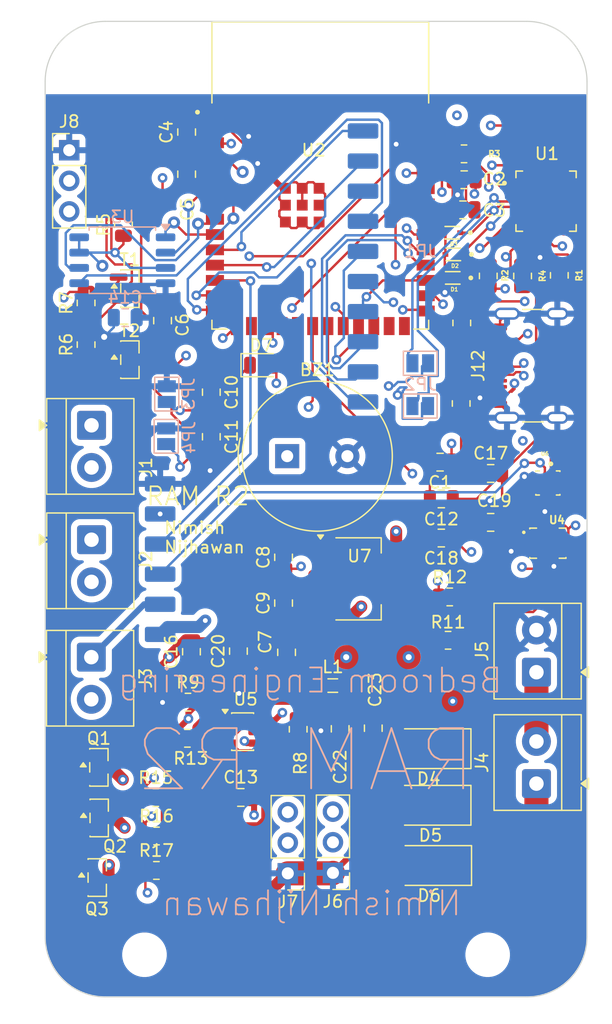
<source format=kicad_pcb>
(kicad_pcb (version 20241229) (generator "pcbnew") (generator_version "9.0")
  (layers (0 "F.Cu" signal) (4 "In1.Cu" signal) (6 "In2.Cu" signal) (2 "B.Cu" signal) (13 "F.Paste" user) (15 "B.Paste" user) (5 "F.SilkS" user "F.Silkscreen") (7 "B.SilkS" user "B.Silkscreen") (1 "F.Mask" user) (3 "B.Mask" user) (25 "Edge.Cuts" user))
  (net 0 "")
  (net 1 "Net-(BZ1--)")
  (net 2 "GND")
  (net 3 "VCC 5V")
  (net 4 "NFVCC")
  (net 5 "ServoX")
  (net 6 "ServoY")
  (net 7 "ServoP")
  (net 8 "Net-(D4-A)")
  (net 9 "GPIO 0")
  (net 10 "CHIP_PU")
  (net 11 "Pyro1")
  (net 12 "Pyro2")
  (net 13 "Pyro3")
  (net 14 "Net-(D7-A)")
  (net 15 "RTS")
  (net 16 "Net-(J1-Pin_2)")
  (net 17 "DTR")
  (net 18 "Net-(J2-Pin_2)")
  (net 19 "Net-(J3-Pin_2)")
  (net 20 "3V3")
  (net 21 "Net-(J4-Pin_2)")
  (net 22 "Net-(U1-~{RST})")
  (net 23 "Net-(U1-~{SUSPEND})")
  (net 24 "Net-(T2-B)")
  (net 25 "Net-(T1-B)")
  (net 26 "U0RXD")
  (net 27 "U0TXD")
  (net 35 "SDA")
  (net 39 "SCL")
  (net 48 "Net-(J9-Pin_3)")
  (net 49 "Net-(J9-Pin_1)")
  (net 52 "Net-(J9-Pin_9)")
  (net 53 "Net-(J9-Pin_8)")
  (net 55 "Net-(J9-Pin_2)")
  (net 56 "Net-(J9-Pin_5)")
  (net 57 "Net-(J9-Pin_6)")
  (net 58 "Net-(J9-Pin_4)")
  (net 59 "Net-(J9-Pin_10)")
  (net 60 "Net-(J9-Pin_7)")
  (net 69 "Net-(U5-VBST)")
  (net 70 "Net-(U5-SW)")
  (net 71 "Net-(C22-Pad2)")
  (net 72 "Net-(U5-EN)")
  (net 73 "Net-(U5-VFB)")
  (net 74 "D+")
  (net 75 "D-")
  (net 76 "D1")
  (net 77 "C+")
  (net 78 "C-")
  (net 81 "Net-(J12-CC2)")
  (net 82 "Net-(J12-CC1)")
  (net 83 "Net-(U2-IO15)")
  (net 84 "Net-(U2-IO16)")
  (net 87 "Net-(U2-IO6)")
  (net 90 "Net-(U2-IO5)")
  (footprint "Resistor_SMD:R_0805_2012Metric" (layer "F.Cu") (at 13.4 36.84 90)
    (property "Reference" "R6")
    (property "Value" "10K" (hide yes))
  )
  (footprint "Diode_SMD:TVS_LESD5D5.0CT1G" (layer "F.Cu") (at 43.81 27.55 180)
    (property "Reference" "D3")
    (property "Value" "LESD5D5.0CT1G" (hide yes))
  )
  (footprint "Capacitor_SMD:C_0805_2012Metric" (layer "F.Cu") (at 23.8 40.79 -90)
    (property "Reference" "C10")
    (property "Value" "0.1 uf" (hide yes))
  )
  (footprint "Resistor_SMD:R_0805_2012Metric" (layer "F.Cu") (at 19.25 77.64)
    (property "Reference" "R16")
    (property "Value" "10 K" (hide yes))
  )
  (footprint "Resistor_SMD:R_0805_2012Metric" (layer "F.Cu") (at 44.55 41.7275 90)
    (property "Reference" "R18" (hide yes))
    (property "Value" "5.1K" (hide yes))
  )
  (footprint "Connector_PinHeader_2.54mm:PinHeader_1x03_P2.54mm_Vertical" (layer "F.Cu") (at 33.9 80.7 180)
    (property "Reference" "J6")
    (property "Value" "Conn_01x03_Male" (hide yes))
  )
  (footprint "Diode_SMD:D_SMA" (layer "F.Cu") (at 41.9 80.09 180)
    (property "Reference" "D6")
    (property "Value" "D")
  )
  (footprint "Capacitor_SMD:C_0805_2012Metric" (layer "F.Cu") (at 29.8 58.3 90)
    (property "Reference" "C9")
    (property "Value" "10 uf" (hide yes))
  )
  (footprint "Package_TO_SOT_SMD:SOT-23" (layer "F.Cu") (at 14.4875 76.14)
    (property "Reference" "Q2")
    (property "Value" "AO3400A" (hide yes))
  )
  (footprint "Connector_USB:USB_C_Receptacle_GCT_USB4105-xx-A_16P_TopMnt_Horizontal" (layer "F.Cu") (at 51.46 38.59 90)
    (property "Reference" "J12")
    (property "Value" "USB_C_Receptacle_USB2.0_16P")
  )
  (footprint "Capacitor_SMD:C_0805_2012Metric" (layer "F.Cu") (at 19.75 34.85 90)
    (property "Reference" "C6")
    (property "Value" "1uf" (hide yes))
  )
  (footprint "Resistor_SMD:R_0805_2012Metric" (layer "F.Cu") (at 44.7875 21)
    (property "Reference" "R3")
    (property "Value" "22.1" (hide yes))
  )
  (footprint "Diode_SMD:TVS_LESD5D5.0CT1G" (layer "F.Cu") (at 43.85 31.3 180)
    (property "Reference" "D1")
    (property "Value" "LESD5D5.0CT1G" (hide yes))
  )
  (footprint "Capacitor_SMD:C_0805_2012Metric" (layer "F.Cu") (at 21.75 22.69 90)
    (property "Reference" "C5")
    (property "Value" "0.1uf")
  )
  (footprint "Capacitor_SMD:C_0805_2012Metric" (layer "F.Cu") (at 23.8 44.49 -90)
    (property "Reference" "C11")
    (property "Value" "0.1 uf" (hide yes))
  )
  (footprint "Capacitor_SMD:C_0805_2012Metric" (layer "F.Cu") (at 47 47.54)
    (property "Reference" "C17")
    (property "Value" "0.1uf" (hide yes))
  )
  (footprint "Resistor_SMD:R_0805_2012Metric" (layer "F.Cu") (at 21.8125 69.5275)
    (property "Reference" "R13")
    (property "Value" "350 omh" (hide yes))
  )
  (footprint "Capacitor_SMD:C_0805_2012Metric" (layer "F.Cu") (at 29.8 54.5 90)
    (property "Reference" "C8")
    (property "Value" "10 uf" (hide yes))
  )
  (footprint "Capacitor_SMD:C_0805_2012Metric" (layer "F.Cu") (at 22.15 62.34 90)
    (property "Reference" "C16")
    (property "Value" "0.1 uf" (hide yes))
  )
  (footprint "Connector_PinHeader_2.54mm:PinHeader_1x03_P2.54mm_Vertical" (layer "F.Cu") (at 30.15 80.74 180)
    (property "Reference" "J7")
    (property "Value" "Conn_01x03_Male" (hide yes))
  )
  (footprint "TerminalBlock_4Ucon:TerminalBlock_4Ucon_1x02_P3.50mm_Horizontal" (layer "F.Cu") (at 50.8 64.04 90)
    (property "Reference" "J5")
    (property "Value" "Screw_Terminal_01x02" (hide yes))
  )
  (footprint "Capacitor_SMD:C_0805_2012Metric" (layer "F.Cu") (at 42.9 49.65 180)
    (property "Reference" "C12")
    (property "Value" "0.1uf" (hide yes))
  )
  (footprint "Package_TO_SOT_SMD:SOT-23" (layer "F.Cu") (at 17.0375 32.19)
    (property "Reference" "T1")
    (property "Value" "L8050QLT1G" (hide yes))
  )
  (footprint "Sensor_Pressure:XDCR_BMP390L" (layer "F.Cu") (at 51.75 48.3275)
    (property "Reference" "U6")
    (property "Value" "BMP390L")
  )
  (footprint "Resistor_SMD:R_0805_2012Metric" (layer "F.Cu") (at 44.6 35.04 90)
    (property "Reference" "R19" (hide yes))
    (property "Value" "5.1K" (hide yes))
  )
  (footprint "Resistor_SMD:R_0805_2012Metric" (layer "F.Cu") (at 16.5 26.8875 90)
    (property "Reference" "R5")
    (property "Value" "10K" (hide yes))
  )
  (footprint "Capacitor_SMD:C_0805_2012Metric" (layer "F.Cu") (at 47 51.6)
    (property "Reference" "C19")
    (property "Value" "0.1uf" (hide yes))
  )
  (footprint "TerminalBlock_4Ucon:TerminalBlock_4Ucon_1x02_P3.50mm_Horizontal" (layer "F.Cu") (at 50.8 73.29 90)
    (property "Reference" "J4")
    (property "Value" "Screw_Terminal_01x02" (hide yes))
  )
  (footprint "MountingHole:MountingHole_3.2mm_M3" (layer "F.Cu") (at 46.75 87.5)
    (property "Reference" "REF**" (hide yes))
    (property "Value" "MountingHole_3.2mm_M3" (hide yes))
  )
  (footprint "Package_TO_SOT_SMD:SOT-23" (layer "F.Cu") (at 14.325 81.09)
    (property "Reference" "Q3")
    (property "Value" "AO3400A" (hide yes))
  )
  (footprint "Package_TO_SOT_SMD:SOT-23" (layer "F.Cu") (at 14.4625 71.94)
    (property "Reference" "Q1")
    (property "Value" "AO3400A" (hide yes))
  )
  (footprint "Sensor:XCVR_ESP32-S3-WROOM-1-N8" (layer "F.Cu") (at 32.85 22.8)
    (property "Reference" "U2")
    (property "Value" "ESP32-S3-WROOM-1-N8" (hide yes))
  )
  (footprint "Inductor_SMD:L_0805_2012Metric" (layer "F.Cu") (at 33.8875 65.15)
    (property "Reference" "L1")
    (property "Value" "22 uH" (hide yes))
  )
  (footprint "Capacitor_SMD:C_0805_2012Metric" (layer "F.Cu") (at 26.05 62.29 90)
    (property "Reference" "C20")
    (property "Value" "10 uF" (hide yes))
  )
  (footprint "MountingHole:MountingHole_3.2mm_M3" (layer "F.Cu") (at 46.75 13.5)
    (property "Reference" "REF**" (hide yes))
    (property "Value" "MountingHole_3.2mm_M3" (hide yes))
  )
  (footprint "TerminalBlock_4Ucon:TerminalBlock_4Ucon_1x02_P3.50mm_Horizontal" (layer "F.Cu") (at 13.85 43.54 -90)
    (property "Reference" "J1")
    (property "Value" "Screw_Terminal_01x02")
  )
  (footprint "Resistor_SMD:R_0805_2012Metric" (layer "F.Cu") (at 21.8625 66.5275)
    (property "Reference" "R9")
    (property "Value" "60 omh" (hide yes))
  )
  (footprint "Capacitor_SMD:C_0805_2012Metric" (layer "F.Cu") (at 34.5 68.74 90)
    (property "Reference" "C22")
    (property "Value" "22 uF" (hide yes))
  )
  (footprint "Resistor_SMD:R_0805_2012Metric" (layer "F.Cu") (at 43.4625 61.39)
    (property "Reference" "R11")
    (property "Value" "2.2k")
  )
  (footprint "Buzzer_Beeper:Buzzer_TDK_PS1240P02BT_D12.2mm_H6.5mm" (layer "F.Cu") (at 30.1 46.1)
    (property "Reference" "BZ1")
    (property "Value" "Buzzer")
  )
  (footprint "Capacitor_SMD:C_0805_2012Metric" (layer "F.Cu") (at 42.9 52.9 180)
    (property "Reference" "C18")
    (property "Value" "0.1uf" (hide yes))
  )
  (footprint "Resistor_SMD:R_0805_2012Metric" (layer "F.Cu") (at 52.7 31.0875 -90)
    (property "Reference" "R1")
    (property "Value" "1k" (hide yes))
  )
  (footprint "Capacitor_SMD:C_0805_2012Metric" (layer "F.Cu") (at 42.8 46.6 180)
    (property "Reference" "C1")
    (property "Value" "10uf" (hide yes))
  )
  (footprint "Resistor_SMD:R_0805_2012Metric" (layer "F.Cu") (at 31.0125 68.7775 90)
    (property "Reference" "R8")
    (property "Value" "10 K" (hide yes))
  )
  (footprint "Resistor_SMD:R_0805_2012Metric" (layer "F.Cu") (at 49.65 31.14 -90)
    (property "Reference" "R4")
    (property "Value" "47.5K" (hide yes))
  )
  (footprint "Resistor_SMD:R_0805_2012Metric" (layer "F.Cu") (at 19.2375 80.5)
    (property "Reference" "R17")
    (property "Value" "10 K" (hide yes))
  )
  (footprint "Resistor_SMD:R_0805_2012Metric" (layer "F.Cu") (at 46.8 31.1375 -90)
    (property "Reference" "R2")
    (property "Value" "10K" (hide yes))
  )
  (footprint "Package_TO_SOT_SMD:SOT-23" (layer "F.Cu") (at 17.0375 38.09)
    (property "Reference" "T2")
    (property "Value" "L8050QLT1G" (hide yes))
  )
  (footprint "Capacitor_SMD:C_0805_2012Metric" (layer "F.Cu") (at 37.25 68.69 90)
    (property "Reference" "C23")
    (property "Value" "22 uF" (hide yes))
  )
  (footprint "Sensor_Motion:XDCR_BMI270" (layer "F.Cu") (at 51.75 53.3275)
    (property "Reference" "U4")
    (property "Value" "BMI270")
  )
  (footprint "MountingHole:MountingHole_3.2mm_M3" (layer "F.Cu") (at 18.25 87.5)
    (property "Reference" "REF**" (hide yes))
    (property "Value" "MountingHole_3.2mm_M3" (hide yes))
  )
  (footprint "Diode_SMD:D_SMA" (layer "F.Cu") (at 41.85 70.39 180)
    (property "Reference" "D4")
    (property "Value" "D")
  )
  (footprint "Diode_SMD:D_SMA" (layer "F.Cu") (at 41.85 75.09 180)
    (property "Reference" "D5")
    (property "Value" "D")
  )
  (footprint "TerminalBlock_4Ucon:TerminalBlock_4Ucon_1x02_P3.50mm_Horizontal" (layer "F.Cu") (at 13.8325 62.79 -90)
    (property "Reference" "J3")
    (property "Value" "Screw_Terminal_01x02")
  )
  (footprint "Package_TO_SOT_SMD:SOT-23-6" (layer "F.Cu") (at 26.4 68.9775)
    (property "Reference" "U5")
    (property "Value" "TPS565208" (hide yes))
  )
  (footprint "Capacitor_SMD:C_0805_2012Metric" (layer "F.Cu") (at 44.7 25.65)
    (property "Reference" "C3")
    (property "Value" "1uf")
  )
  (footprint "Capacitor_SMD:C_0805_2012Metric" (layer "F.Cu") (at 21.75 19.19 90)
    (property "Reference" "C4")
    (property "Value" "10uf" (hide yes))
  )
  (footprint "Resistor_SMD:R_0805_2012Metric" (layer "F.Cu") (at 43.6 57.79)
    (property "Reference" "R12")
    (property "Value" "2.2k" (hide yes))
  )
  (footprint "Diode_SMD:TVS_LESD5D5.0CT1G" (layer "F.Cu") (at 43.9 29.35 180)
    (property "Reference" "D2")
    (property "Value" "LESD5D5.0CT1G" (hide yes))
  )
  (footprint "Resistor_SMD:R_0805_2012Metric" (layer "F.Cu") (at 19.1875 74.45)
    (property "Reference" "R15")
    (property "Value" "10 K" (hide yes))
  )
  (footprint "Connector_USB:QFN50P500X500X80-29N" (layer "F.Cu") (at 51.6 24.93)
    (property "Reference" "U1")
    (property "Value" "CP2102N-A02-GQFN28" (hide yes))
  )
  (footprint "TerminalBlock_4Ucon:TerminalBlock_4Ucon_1x02_P3.50mm_Horizontal" (layer "F.Cu") (at 13.85 53.04 -90)
    (property "Reference" "J2")
    (property "Value" "Screw_Terminal_01x02")
  )
  (footprint "Capacitor_SMD:C_0805_2012Metric" (layer "F.Cu") (at 30.05 62.39 90)
    (property "Reference" "C7")
    (property "Value" "10 uF" (hide yes))
  )
  (footprint "Capacitor_SMD:C_0805_2012Metric" (layer "F.Cu") (at 26.25 74.44)
    (property "Reference" "C13")
    (property "Value" "0.1 uf" (hide yes))
  )
  (footprint "LED_SMD:LED_0805_2012Metric" (layer "F.Cu") (at 27.95 38.55)
    (property "Reference" "D7")
    (property "Value" "LED")
  )
  (footprint "MountingHole:MountingHole_3.2mm_M3" (layer "F.Cu") (at 18.25 13.5)
    (property "Reference" "REF**" (hide yes))
    (property "Value" "MountingHole_3.2mm_M3" (hide yes))
  )
  (footprint "Package_TO_SOT_SMD:SOT-223-3_TabPin2" (layer "F.Cu") (at 36 56.29)
    (property "Reference" "U7")
    (property "Value" "LD1117S33TR_SOT223" (hide yes))
  )
  (footprint "Resistor_SMD:R_0805_2012Metric" (layer "F.Cu") (at 13.4 33.3775 90)
    (property "Reference" "R7")
    (property "Value" "10K" (hide yes))
  )
  (footprint "Capacitor_SMD:C_0805_2012Metric" (layer "F.Cu") (at 44.8 23.15)
    (property "Reference" "C2")
    (property "Value" "10uf")
  )
  (footprint "Connector_PinHeader_2.54mm:PinHeader_1x03_P2.54mm_Vertical" (layer "F.Cu") (at 12 20.7)
    (property "Reference" "J8")
    (property "Value" "Conn_01x03_Male")
  )
  (footprint "Connector:6pad genaric" (layer "B.Cu") (at 19.55 51.9 180)
    (property "Reference" "J11" (hide yes))
    (property "Value" "Conn_01x06" (hide yes))
  )
  (footprint "Jumper:SolderJumper-2_P1.3mm_Open_Pad1.0x1.5mm" (layer "B.Cu") (at 20.05 44.45 90)
    (property "Reference" "JP4")
    (property "Value" "SolderJumper_2_Open" (hide yes))
  )
  (footprint "Capacitor_SMD:C_0805_2012Metric" (layer "B.Cu") (at 16.65 34.6 180)
    (property "Reference" "C14")
    (property "Value" "0.1 uf")
  )
  (footprint "Jumper:SolderJumper-2_P1.3mm_Open_Pad1.0x1.5mm" (layer "B.Cu") (at 41.15 38.39 180)
    (property "Reference" "JP1")
    (property "Value" "SolderJumper_2_Open" (hide yes))
  )
  (footprint "Jumper:SolderJumper-2_P1.3mm_Open_Pad1.0x1.5mm" (layer "B.Cu") (at 41.15 41.94 180)
    (property "Reference" "JP2")
    (property "Value" "SolderJumper_2_Open" (hide yes))
  )
  (footprint "Connector:10 pad genaric" (layer "B.Cu") (at 36.4 22.6 180)
    (property "Reference" "J9" (hide yes))
    (property "Value" "Conn_01x10" (hide yes))
  )
  (footprint "Package_SO:SOIC-8_5.3x5.3mm_P1.27mm" (layer "B.Cu") (at 16.4125 29.835 180)
    (property "Reference" "U3")
    (property "Value" "W25Q16JVSS")
  )
  (footprint "Jumper:SolderJumper-2_P1.3mm_Open_Pad1.0x1.5mm" (layer "B.Cu") (at 20.1 40.95 90)
    (property "Reference" "JP3")
    (property "Value" "SolderJumper_2_Open" (hide yes))
  )
  (gr_line (start 50 10) (end 15 10) (stroke (width 0.1)) (layer "Edge.Cuts"))
  (gr_arc (start 55 86) (mid 53.535534 89.535534) (end 50 91) (stroke (width 0.1)) (layer "Edge.Cuts"))
  (gr_line (start 50 91) (end 15 91) (stroke (width 0.1)) (layer "Edge.Cuts"))
  (gr_arc (start 15 91) (mid 11.464466 89.535534) (end 10 86) (stroke (width 0.1)) (layer "Edge.Cuts"))
  (gr_line (start 55 15) (end 55 86) (stroke (width 0.1)) (layer "Edge.Cuts"))
  (gr_line (start 10 86) (end 10 15) (stroke (width 0.1)) (layer "Edge.Cuts"))
  (gr_arc (start 10 15) (mid 11.464466 11.464466) (end 15 10) (stroke (width 0.1)) (layer "Edge.Cuts"))
  (gr_arc (start 50 10) (mid 53.535534 11.464466) (end 55 15) (stroke (width 0.1)) (layer "Edge.Cuts"))
  (gr_text "Nimish\nNijhawan" (at 19.8 54.238748 0) (layer "F.SilkS") (effects (font (size 1 1)) (justify left bottom)))
  (gr_text "RAM R2" (at 18.3 50.3 0) (layer "F.SilkS") (effects (font (size 1.5 1.5)) (justify left bottom)))
  (gr_text "RAM R2" (at 46 74.3 0) (layer "B.SilkS") (effects (font (size 5 5)) (justify left bottom mirror)))
  (gr_text "Nimish Nijhawan" (at 44.7 84.4 0) (layer "B.SilkS") (effects (font (size 2 2)) (justify left bottom mirror)))
  (gr_text "Bedroom Engineering" (at 48.1 65.9 0) (layer "B.SilkS") (effects (font (size 2 2)) (justify left bottom mirror)))
  (segment (start 40.65 25.16) (end 39.1 26.71) (width 0.2) (layer "F.Cu") (net 1))
  (segment (start 39.1 26.71) (end 39.1 30.2) (width 0.2) (layer "F.Cu") (net 1))
  (segment (start 41.6 25.16) (end 40.65 25.16) (width 0.2) (layer "F.Cu") (net 1))
  (via (at 39.1 30.2) (size 0.8) (drill 0.4) (layers "F.Cu" "B.Cu") (net 1))
  (segment (start 31.842479 23.359) (end 31.35 23.851479) (width 0.2) (layer "F.Cu") (net 2))
  (segment (start 24.826 40.866) (end 24.826 42.514) (width 0.2) (layer "F.Cu") (net 2))
  (segment (start 30.857521 27.161) (end 31.35 26.668521) (width 0.2) (layer "F.Cu") (net 2))
  (segment (start 46.05 51.6) (end 46.05 50.7) (width 0.2) (layer "F.Cu") (net 2))
  (segment (start 33.251 26.167521) (end 33.251 25.752479) (width 0.2) (layer "F.Cu") (net 2))
  (segment (start 44.543 30.225) (end 43.2 31.568) (width 0.2) (layer "F.Cu") (net 2))
  (segment (start 24.1 17.54) (end 24.89 17.54) (width 0.2) (layer "F.Cu") (net 2))
  (segment (start 33.251 24.352479) (end 32.758521 23.86) (width 0.2) (layer "F.Cu") (net 2))
  (segment (start 32.75 26.66) (end 32.758521 26.66) (width 0.2) (layer "F.Cu") (net 2))
  (segment (start 48.508 24.43) (end 47.6 23.522) (width 0.2) (layer "F.Cu") (net 2))
  (segment (start 52.5125 49.442) (end 52.426 49.5285) (width 0.2) (layer "F.Cu") (net 2))
  (segment (start 33.251 24.767521) (end 33.251 24.352479) (width 0.2) (layer "F.Cu") (net 2))
  (segment (start 50.1225 52.5775) (end 48.7 54) (width 0.2) (layer "F.Cu") (net 2))
  (segment (start 25.4 82.1) (end 28.79 82.1) (width 1) (layer "F.Cu") (net 2))
  (segment (start 34.5 69.69) (end 33.69 69.69) (width 0.5) (layer "F.Cu") (net 2))
  (segment (start 16.4965 85.149) (end 22.351 85.149) (width 1) (layer "F.Cu") (net 2))
  (segment (start 46.4 42.64) (end 44.55 42.64) (width 0.2) (layer "F.Cu") (net 2))
  (segment (start 13.55 77.09) (end 11.949 78.691) (width 1) (layer "F.Cu") (net 2))
  (segment (start 49.8275 47.8275) (end 49.8 47.8) (width 0.2) (layer "F.Cu") (net 2))
  (segment (start 27.0125 38.55) (end 25.7225 39.84) (width 0.2) (layer "F.Cu") (net 2))
  (segment (start 52.5125 48.3275) (end 52.5125 49.442) (width 0.2) (layer "F.Cu") (net 2))
  (segment (start 31.35 26.668521) (end 31.842479 27.161) (width 0.2) (layer "F.Cu") (net 2))
  (segment (start 22.15 65.3275) (end 20.95 66.5275) (width 0.5) (layer "F.Cu") (net 2))
  (segment (start 31.35 25.26) (end 31.35 23.86) (width 0.2) (layer "F.Cu") (net 2))
  (segment (start 48.355 42.91) (end 48.355 42.365) (width 0.2) (layer "F.Cu") (net 2))
  (segment (start 51.55 49.5285) (end 51.074 49.5285) (width 0.2) (layer "F.Cu") (net 2))
  (segment (start 43.25 51.6) (end 41.95 52.9) (width 0.2) (layer "F.Cu") (net 2))
  (segment (start 41.95 49.65) (end 41.95 46.7) (width 0.2) (layer "F.Cu") (net 2))
  (segment (start 41.068 17.54) (end 39.15 19.458) (width 0.2) (layer "F.Cu") (net 2))
  (segment (start 29.075 53.55) (end 29.8 53.55) (width 1) (layer "F.Cu") (net 2))
  (segment (start 32.257521 23.359) (end 31.842479 23.359) (width 0.2) (layer "F.Cu") (net 2))
  (segment (start 29.449 25.752479) (end 29.449 26.167521) (width 0.2) (layer "F.Cu") (net 2))
  (segment (start 29.95 26.66) (end 29.95 26.668521) (width 0.2) (layer "F.Cu") (net 2))
  (segment (start 32.75 23.86) (end 32.75 23.851479) (width 0.2) (layer "F.Cu") (net 2))
  (segment (start 12.650001 82.04) (end 13.3875 82.04) (width 1) (layer "F.Cu") (net 2))
  (segment (start 30.05 63.34) (end 31.226 62.164) (width 0.5) (layer "F.Cu") (net 2))
  (segment (start 29.941479 25.26) (end 29.449 25.752479) (width 0.2) (layer "F.Cu") (net 2))
  (segment (start 30.442479 27.161) (end 30.857521 27.161) (width 0.2) (layer "F.Cu") (net 2))
  (segment (start 52.25 54.24) (end 52.25 55.25) (width 0.2) (layer "F.Cu") (net 2))
  (segment (start 44.55 42.64) (end 44.55 46.04) (width 0.2) (layer "F.Cu") (net 2))
  (segment (start 28.374 56.100844) (end 28.374 54.251) (width 1) (layer "F.Cu") (net 2))
  (segment (start 22.45 17.54) (end 22.75 17.54) (width 0.2) (layer "F.Cu") (net 2))
  (segment (start 24.89 17.54) (end 26.9 19.55) (width 0.2) (layer "F.Cu") (net 2))
  (segment (start 46.4275 35.9525) (end 44.6 35.9525) (width 0.2) (layer "F.Cu") (net 2))
  (segment (start 43.19 31.3) (end 43.19 32.49) (width 0.2) (layer "F.Cu") (net 2))
  (segment (start 48.355 42.365) (end 47.78 41.79) (width 0.2) (layer "F.Cu") (net 2))
  (segment (start 28.624 57.276) (end 29.086578 56.813422) (width 0.5) (layer "F.Cu") (net 2))
  (segment (start 24.826 44.566) (end 24.826 46.174) (width 0.2) (layer "F.Cu") (net 2))
  (segment (start 41.95 52.9) (end 41.95 49.65) (width 0.2) (layer "F.Cu") (net 2))
  (segment (start 22.15 63.29) (end 22.15 65.3275) (width 0.5) (layer "F.Cu") (net 2))
  (segment (start 13.3875 82.04) (end 16.4965 85.149) (width 1) (layer "F.Cu") (net 2))
  (segment (start 43.15 27.55) (end 43.15 26.25) (width 0.2) (layer "F.Cu") (net 2))
  (segment (start 22.351 85.149) (end 25.4 82.1) (width 1) (layer "F.Cu") (net 2))
  (segment (start 32.41 53.55) (end 32.85 53.99) (width 1) (layer "F.Cu") (net 2))
  (segment (start 52.426 49.5285) (end 51.55 49.5285) (width 0.2) (layer "F.Cu") (net 2))
  (segment (start 47.78 41.79) (end 47.25 41.79) (width 0.2) (layer "F.Cu") (net 2))
  (segment (start 41.95 46.7) (end 41.85 46.6) (width 0.2) (layer "F.Cu") (net 2))
  (segment (start 44.6 35.9525) (end 45.601 34.9515) (width 0.2) (layer "F.Cu") (net 2))
  (segment (start 12.812501 77.09) (end 13.55 77.09) (width 1) (layer "F.Cu") (net 2))
  (segment (start 12.1115 76.388999) (end 12.812501 77.09) (width 1) (layer "F.Cu") (net 2))
  (segment (start 47.78 35.39) (end 47.78 34.845) (width 0.2) (layer "F.Cu") (net 2))
  (segment (start 29.95 23.86) (end 29.71 23.86) (width 0.5) (layer "F.Cu") (net 2))
  (segment (start 33.251 25.752479) (end 32.758521 25.26) (width 0.2) (layer "F.Cu") (net 2))
  (segment (start 51.1 24.43) (end 49.24 24.43) (width 0.2) (layer "F.Cu") (net 2))
  (segment (start 22.776 17.566) (end 22.75 17.54) (width 0.2) (layer "F.Cu") (net 2))
  (segment (start 50.4725 30.2275) (end 51.1 29.6) (width 0.2) (layer "F.Cu") (net 2))
  (segment (start 29.8 53.55) (end 32.41 53.55) (width 1) (layer "F.Cu") (net 2))
  (segment (start 31.35 23.86) (end 31.35 23.851479) (width 0.2) (layer "F.Cu") (net 2))
  (segment (start 28.374 54.251) (end 29.075 53.55) (width 1) (layer "F.Cu") (net 2))
  (segment (start 37.25 77.35) (end 33.9 80.7) (width 0.5) (layer "F.Cu") (net 2))
  (segment (start 24.826 42.514) (end 23.8 43.54) (width 0.2) (layer "F.Cu") (net 2))
  (segment (start 47.6 23.522) (end 47.6 23) (width 0.2) (layer "F.Cu") (net 2))
  (segment (start 46.05 51.6) (end 43.25 51.6) (width 0.2) (layer "F.Cu") (net 2))
  (segment (start 29.941479 23.86) (end 29.449 24.352479) (width 0.2) (layer "F.Cu") (net 2))
  (segment (start 29.8 57.35) (end 29.623156 57.35) (width 1) (layer "F.Cu") (net 2))
  (segment (start 30.442479 23.359) (end 29.95 23.851479) (width 0.2) (layer "F.Cu") (net 2))
  (segment (start 22.776 20.714) (end 22.776 17.566) (width 0.2) (layer "F.Cu") (net 2))
  (segment (start 11.949 78.691) (end 11.949 81.338999) (width 1) (layer "F.Cu") (net 2))
  (segment (start 45.93 41.26) (end 46.11 41.26) (width 0.2) (layer "F.Cu") (net 2))
  (segment (start 50.9875 47.8275) (end 49.8275 47.8275) (width 0.2) (layer "F.Cu") (net 2))
  (segment (start 32.75 27.1) (end 32.75 26.66) (width 0.2) (layer "F.Cu") (net 2))
  (segment (start 31.226 62.164) (end 31.226 60.854708) (width 0.5) (layer "F.Cu") (net 2))
  (segment (start 29.95 23.86) (end 29.941479 23.86) (width 0.2) (layer "F.Cu") (net 2))
  (segment (start 19.75 33.9) (end 23.8 37.95) (width 0.2) (layer "F.Cu") (net 2))
  (segment (start 43.15 26.25) (end 43.75 25.65) (width 0.2) (layer "F.Cu") (net 2))
  (segment (start 24.826 46.174) (end 23.7 47.3) (width 0.2) (layer "F.Cu") (net 2))
  (segment (start 43.85 23.15) (end 43.85 25.55) (width 0.2) (layer "F.Cu") (net 2))
  (segment (start 31.35 26.66) (end 31.35 26.668521) (width 0.2) (layer "F.Cu") (net 2))
  (segment (start 51.55 49.5285) (end 51.55 50.65) (width 0.2) (layer "F.Cu") (net 2))
  (segment (start 32.689 27.161) (end 32.75 27.1) (width 0.2) (layer "F.Cu") (net 2))
  (segment (start 32.758522 25.26) (end 33.251 24.767521) (width 0.2) (layer "F.Cu") (net 2))
  (segment (start 43.19 29.4) (end 43.24 29.35) (width 0.2) (layer "F.Cu") (net 2))
  (segment (start 29.449 24.767521) (end 29.941479 25.26) (width 0.2) (layer "F.Cu") (net 2))
  (segment (start 21.75 21.74) (end 22.776 20.714) (width 0.2) (layer "F.Cu") (net 2))
  (segment (start 43.24 27.64) (end 43.15 27.55) (width 0.2) (layer "F.Cu") (net 2))
  (segment (start 39.15 19.458) (end 39.15 20.2) (width 0.2) (layer "F.Cu") (net 2))
  (segment (start 46.8 30.225) (end 44.543 30.225) (width 0.2) (layer "F.Cu") (net 2))
  (segment (start 23.8 39.84) (end 24.826 40.866) (width 0.2) (layer "F.Cu") (net 2))
  (segment (start 49.65 30.2275) (end 50.4725 30.2275) (width 0.2) (layer "F.Cu") (net 2))
  (segment (start 29.95 26.668521) (end 30.442479 27.161) (width 0.2) (layer "F.Cu") (net 2))
  (segment (start 20.1 81.65) (end 20.55 82.1) (width 1) (layer "F.Cu") (net 2))
  (segment (start 20.95 66.5275) (end 19.7725 66.5275) (width 0.5) (layer "F.Cu") (net 2))
  (segment (start 32.75 25.26) (end 32.758522 25.26) (width 0.2) (layer "F.Cu") (net 2))
  (segment (start 23.8 43.54) (end 24.826 44.566) (width 0.2) (layer "F.Cu") (net 2))
  (segment (start 45.601 34.9515) (end 45.601 33.62984) (width 0.2) (layer "F.Cu") (net 2))
  (segment (start 51.75 54.24) (end 52.25 54.24) (width 0.2) (layer "F.Cu") (net 2))
  (segment (start 44.47116 32.5) (end 43.2 32.5) (width 0.2) (layer "F.Cu") (net 2))
  (segment (start 31.35 23.851479) (end 30.857521 23.359) (width 0.2) (layer "F.Cu") (net 2))
  (segment (start 29.027708 60.201) (end 28.624 59.797292) (width 0.5) (layer "F.Cu") (net 2))
  (segment (start 25.2625 66.6375) (end 26.1 65.8) (width 0.5) (layer "F.Cu") (net 2))
  (segment (start 30.572292 60.201) (end 29.027708 60.201) (width 0.5) (layer "F.Cu") (net 2))
  (segment (start 30 63.29) (end 30.05 63.34) (width 0.5) (layer "F.Cu") (net 2))
  (segment (start 43.85 23.15) (end 43.85 24) (width 0.2) (layer "F.Cu") (net 2))
  (segment (start 29.941479 26.66) (end 29.95 26.66) (width 0.2) (layer "F.Cu") (net 2))
  (segment (start 49.24 24.43) (end 48.508 24.43) (width 0.2) (layer "F.Cu") (net 2))
  (segment (start 52.5125 48.8275) (end 52.5125 48.3275) (width 0.2) (layer "F.Cu") (net 2))
  (segment (start 51.074 49.5285) (end 50.9875 49.442) (width 0.2) (layer "F.Cu") (net 2))
  (segment (start 13.525 72.89) (end 12.1115 74.3035) (width 1) (layer "F.Cu") (net 2))
  (segment (start 44.55 42.64) (end 45.93 41.26) (width 0.2) (layer "F.Cu") (net 2))
  (segment (start 29.449 24.352479) (end 29.449 24.767521) (width 0.2) (layer "F.Cu") (net 2))
  (segment (start 32.758521 23.86) (end 32.75 23.86) (width 0.2) (layer "F.Cu") (net 2))
  (segment (start 32.75 23.851479) (end 32.257521 23.359) (width 0.2) (layer "F.Cu") (net 2))
  (segment (start 50.9875 49.442) (end 50.9875 48.8275) (width 0.2) (layer "F.Cu") (net 2))
  (segment (start 20.55 82.1) (end 25.4 82.1) (width 1) (layer "F.Cu") (net 2))
  (segment (start 50.5875 52.5775) (end 50.1225 52.5775) (width 0.2) (layer "F.Cu") (net 2))
  (segment (start 43.19 31.3) (end 43.19 29.4) (width 0.2) (layer "F.Cu") (net 2))
  (segment (start 47.78 35.39) (end 46.99 35.39) (width 0.2) (layer "F.Cu") (net 2))
  (segment (start 43.85 24) (end 44.25 24.4) (width 0.2) (layer "F.Cu") (net 2))
  (segment (start 25.2625 68.0275) (end 25.2625 66.6375) (width 0.5) (layer "F.Cu") (net 2))
  (segment (start 22.15 63.29) (end 30 63.29) (width 0.5) (layer "F.Cu") (net 2))
  (segment (start 19.7725 66.5275) (end 19.75 66.55) (width 0.5) (layer "F.Cu") (net 2))
  (segment (start 44.55 46.04) (end 46.05 47.54) (width 0.2) (layer "F.Cu") (net 2))
  (segment (start 32.758521 26.66) (end 33.251 26.167521) (width 0.2) (layer "F.Cu") (net 2))
  (segment (start 51.6 24.93) (end 51.1 24.43) (width 0.2) (layer "F.Cu") (net 2))
  (segment (start 22.75 17.54) (end 24.1 17.54) (width 0.2) (layer "F.Cu") (net 2))
  (segment (start 28.624 59.797292) (end 28.624 57.276) (width 0.5) (layer "F.Cu") (net 2))
  (segment (start 31.226 60.854708) (end 30.572292 60.201) (width 0.5) (layer "F.Cu") (net 2))
  (segment (start 46.05 50.7) (end 46.95 49.8) (width 0.2) (layer "F.Cu") (net 2))
  (segment (start 47.25 41.79) (end 46.4 42.64) (width 0.2) (layer "F.Cu") (net 2))
  (segment (start 37.25 69.64) (end 37.25 77.35) (width 0.5) (layer "F.Cu") (net 2))
  (segment (start 29.95 23.851479) (end 29.95 23.86) (width 0.2) (layer "F.Cu") (net 2))
  (segment (start 28.79 82.1) (end 30.15 80.74) (width 1) (layer "F.Cu") (net 2))
  (segment (start 41.85 46.6) (end 41.85 45.34) (width 0.2) (layer "F.Cu") (net 2))
  (segment (start 45.601 33.62984) (end 44.47116 32.5) (width 0.2) (layer "F.Cu") (net 2))
  (segment (start 33.69 69.69) (end 32.9 68.9) (width 0.5) (layer "F.Cu") (net 2))
  (segment (start 43.24 29.35) (end 43.24 27.64) (width 0.2) (layer "F.Cu") (net 2))
  (segment (start 11.949 81.338999) (end 12.650001 82.04) (width 1) (layer "F.Cu") (net 2))
  (segment (start 30.857521 23.359) (end 30.442479 23.359) (width 0.2) (layer "F.Cu") (net 2))
  (segment (start 21.75 18.24) (end 22.45 17.54) (width 0.2) (layer "F.Cu") (net 2))
  (segment (start 29.449 26.167521) (end 29.941479 26.66) (width 0.2) (layer "F.Cu") (net 2))
  (segment (start 41.85 45.34) (end 44.55 42.64) (width 0.2) (layer "F.Cu") (net 2))
  (segment (start 25.7225 39.84) (end 23.8 39.84) (width 0.2) (layer "F.Cu") (net 2))
  (segment (start 41.6 17.54) (end 41.068 17.54) (width 0.2) (layer "F.Cu") (net 2))
  (segment (start 32.758521 25.26) (end 32.75 25.26) (width 0.2) (layer "F.Cu") (net 2))
  (segment (start 43.2 31.568) (end 43.2 32.5) (width 0.2) (layer "F.Cu") (net 2))
  (segment (start 30.15 80.74) (end 33.86 80.74) (width 2) (layer "F.Cu") (net 2))
  (segment (start 12.1115 74.3035) (end 12.1115 76.388999) (width 1) (layer "F.Cu") (net 2))
  (segment (start 47.78 34.845) (end 48.355 34.27) (width 0.2) (layer "F.Cu") (net 2))
  (segment (start 23.8 37.95) (end 23.8 39.84) (width 0.2) (layer "F.Cu") (net 2))
  (segment (start 29.95 25.26) (end 29.941479 25.26) (width 0.2) (layer "F.Cu") (net 2))
  (segment (start 43.85 25.55) (end 43.75 25.65) (width 0.2) (layer "F.Cu") (net 2))
  (segment (start 31.842479 27.161) (end 32.689 27.161) (width 0.2) (layer "F.Cu") (net 2))
  (segment (start 33.86 80.74) (end 33.9 80.7) (width 2) (layer "F.Cu") (net 2))
  (segment (start 29.086578 56.813422) (end 28.374 56.100844) (width 1) (layer "F.Cu") (net 2))
  (segment (start 51.55 50.65) (end 51.5 50.7) (width 0.2) (layer "F.Cu") (net 2))
  (segment (start 43.19 32.49) (end 43.2 32.5) (width 0.2) (layer "F.Cu") (net 2))
  (segment (start 46.99 35.39) (end 46.4275 35.9525) (width 0.2) (layer "F.Cu") (net 2))
  (segment (start 29.623156 57.35) (end 29.086578 56.813422) (width 1) (layer "F.Cu") (net 2))
  (segment (start 29.71 23.86) (end 27.65 21.8) (width 0.5) (layer "F.Cu") (net 2))
  (segment (start 20.1 74.45) (end 20.1 81.65) (width 1) (layer "F.Cu") (net 2))
  (via (at 52.25 55.25) (size 0.8) (drill 0.4) (layers "F.Cu" "B.Cu") (net 2))
  (via (at 19.75 66.55) (size 0.8) (drill 0.4) (layers "F.Cu" "B.Cu") (net 2))
  (via (at 46.95 49.8) (size 0.8) (drill 0.4) (layers "F.Cu" "B.Cu") (net 2))
  (via (at 26.9 19.55) (size 0.8) (drill 0.4) (layers "F.Cu" "B.Cu") (net 2))
  (via (at 39.15 20.2) (size 0.8) (drill 0.4) (layers "F.Cu" "B.Cu") (net 2))
  (via (at 51.1 29.6) (size 0.8) (drill 0.4) (layers "F.Cu" "B.Cu") (net 2))
  (via (at 48.7 54) (size 0.8) (drill 0.4) (layers "F.Cu" "B.Cu") (net 2))
  (via (at 23.7 47.3) (size 0.8) (drill 0.4) (layers "F.Cu" "B.Cu") (net 2))
  (via (at 49.8 47.8) (size 0.8) (drill 0.4) (layers "F.Cu" "B.Cu") (net 2))
  (via (at 32.9 68.9) (size 0.8) (drill 0.4) (layers "F.Cu" "B.Cu") (net 2))
  (via (at 47.6 23) (size 0.8) (drill 0.4) (layers "F.Cu" "B.Cu") (net 2))
  (via (at 44.25 24.4) (size 0.8) (drill 0.4) (layers "F.Cu" "B.Cu") (net 2))
  (via (at 51.5 50.7) (size 0.8) (drill 0.4) (layers "F.Cu" "B.Cu") (net 2))
  (via (at 27.65 21.8) (size 0.8) (drill 0.4) (layers "F.Cu" "B.Cu") (net 2))
  (via (at 46.11 41.26) (size 0.8) (drill 0.4) (layers "F.Cu" "B.Cu") (net 2))
  (via (at 43.2 32.5) (size 0.8) (drill 0.4) (layers "F.Cu" "B.Cu") (net 2))
  (via (at 26.1 65.8) (size 0.8) (drill 0.4) (layers "F.Cu" "B.Cu") (net 2))
  (segment (start 48.355 42.91) (end 52.535 42.91) (width 0.2) (layer "B.Cu") (net 2))
  (segment (start 52.25 55.25) (end 52.25 55.35) (width 0.2) (layer "B.Cu") (net 2))
  (segment (start 19.75 66.55) (end 19.75 67.15) (width 0.5) (layer "B.Cu") (net 2))
  (segment (start 52.535 34.27) (end 48.355 34.27) (width 0.2) (layer "B.Cu") (net 2))
  (segment (start 39.15 20.2) (end 39.5 20.2) (width 0.2) (layer "B.Cu") (net 2))
  (segment (start 18 44.998) (end 19.198 43.8) (width 0.5) (layer "B.Cu") (net 2))
  (segment (start 19.198 43.8) (end 20.05 43.8) (width 0.5) (layer "B.Cu") (net 2))
  (segment (start 19.55 48.4) (end 18 46.85) (width 0.5) (layer "B.Cu") (net 2))
  (segment (start 39.5 20.2) (end 40.05 19.65) (width 0.2) (layer "B.Cu") (net 2))
  (segment (start 52.535 42.91) (end 52.535 34.27) (width 0.2) (layer "B.Cu") (net 2))
  (segment (start 18 46.85) (end 18 44.998) (width 0.5) (layer "B.Cu") (net 2))
  (segment (start 49.8 47.8) (end 48.45 49.15) (width 0.2) (layer "B.Cu") (net 2))
  (segment (start 19.75 67.15) (end 19.3 67.6) (width 0.5) (layer "B.Cu") (net 2))
  (segment (start 48.45 49.15) (end 48.45 49.4) (width 0.2) (layer "B.Cu") (net 2))
  (segment (start 48.928346 40.099954) (end 48.928346 40.416653) (width 0.2) (layer "F.Cu") (net 3))
  (segment (start 29.8 55.45) (end 31.05 55.45) (width 0.2) (layer "F.Cu") (net 3))
  (segment (start 49.366694 36.38) (end 47.97 36.38) (width 0.2) (layer "F.Cu") (net 3))
  (segment (start 46.46 33.25) (end 44.51 31.3) (width 0.2) (layer "F.Cu") (net 3))
  (segment (start 48.354999 40.99) (end 47.78 40.99) (width 0.2) (layer "F.Cu") (net 3))
  (segment (start 49.816694 35.93) (end 49.366694 36.38) (width 0.2) (layer "F.Cu") (net 3))
  (segment (start 49.826 33.25) (end 46.46 33.25) (width 0.2) (layer "F.Cu") (net 3))
  (segment (start 36.24 58.59) (end 36.25 58.6) (width 1) (layer "F.Cu") (net 3))
  (segment (start 48.928346 40.416653) (end 48.354999 40.99) (width 0.2) (layer "F.Cu") (net 3))
  (segment (start 48.973356 40.526644) (end 48.973356 40.054944) (width 0.2) (layer "F.Cu") (net 3))
  (segment (start 43.875 21) (end 42.95 21.925) (width 0.2) (layer "F.Cu") (net 3))
  (segment (start 50.078 35.93) (end 49.816694 35.93) (width 0.2) (layer "F.Cu") (net 3))
  (segment (start 30.925844 64.541) (end 25.359 64.541) (width 1) (layer "F.Cu") (net 3))
  (segment (start 32.85 62.616844) (end 32.85 58.59) (width 1) (layer "F.Cu") (net 3))
  (segment (start 42.95 21.925) (end 42.95 24.178505) (width 0.2) (layer "F.Cu") (net 3))
  (segment (start 48.973356 40.054944) (end 48.928346 40.099954) (width 0.2) (layer "F.Cu") (net 3))
  (segment (start 24.1 65.8) (end 24.1 67.3) (width 1) (layer "F.Cu") (net 3))
  (segment (start 25.359 64.541) (end 24.1 65.8) (width 1) (layer "F.Cu") (net 3))
  (segment (start 47.97 36.38) (end 47.78 36.19) (width 0.2) (layer "F.Cu") (net 3))
  (segment (start 43.75 46.6) (end 43.75 45.05) (width 0.2) (layer "F.Cu") (net 3))
  (segment (start 32.85 62) (end 36.25 58.6) (width 1) (layer "F.Cu") (net 3))
  (segment (start 32.85 62.616844) (end 30.925844 64.541) (width 1) (layer "F.Cu") (net 3))
  (segment (start 24.1 67.3) (end 22.725 68.675) (width 1) (layer "F.Cu") (net 3))
  (segment (start 22.725 68.675) (end 22.725 69.5275) (width 1) (layer "F.Cu") (net 3))
  (segment (start 31.05 55.45) (end 31.25 55.25) (width 0.2) (layer "F.Cu") (net 3))
  (segment (start 48.746 40.754) (end 48.973356 40.526644) (width 0.2) (layer "F.Cu") (net 3))
  (segment (start 32.85 62.616844) (end 32.85 62) (width 1) (layer "F.Cu") (net 3))
  (via (at 49.670025 44.830025) (size 0.8) (drill 0.4) (layers "F.Cu" "B.Cu") (net 3))
  (via (at 31.25 55.25) (size 0.8) (drill 0.4) (layers "F.Cu" "B.Cu") (net 3))
  (via (at 44.2 17.8) (size 0.8) (drill 0.4) (layers "F.Cu" "B.Cu") (net 3))
  (via (at 49.826 33.25) (size 0.8) (drill 0.4) (layers "F.Cu" "B.Cu") (net 3))
  (via (at 50.078 35.93) (size 0.8) (drill 0.4) (layers "F.Cu" "B.Cu") (net 3))
  (via (at 42.95 24.178505) (size 0.8) (drill 0.4) (layers "F.Cu" "B.Cu") (net 3))
  (via (at 43.75 45.05) (size 0.8) (drill 0.4) (layers "F.Cu" "B.Cu") (net 3))
  (via (at 48.973356 40.054944) (size 0.8) (drill 0.4) (layers "F.Cu" "B.Cu") (net 3))
  (via (at 19.55 50.9) (size 0.8) (drill 0.4) (layers "F.Cu" "B.Cu") (net 3))
  (via (at 36.25 58.6) (size 0.8) (drill 0.4) (layers "F.Cu" "B.Cu") (net 3))
  (segment (start 19.55 50.9) (end 19.55 50.6) (width 0.2) (layer "B.Cu") (net 3))
  (segment (start 20.3 62.79) (end 18.899 64.191) (width 0.5) (layer "F.Cu") (net 4))
  (segment (start 18.899 69.762292) (end 25.887708 76.751) (width 0.5) (layer "F.Cu") (net 4))
  (segment (start 18.899 64.191) (end 18.899 69.762292) (width 0.5) (layer "F.Cu") (net 4))
  (segment (start 31.9635 70.641) (end 35.620292 70.641) (width 0.5) (layer "F.Cu") (net 4))
  (segment (start 43.9 70.44) (end 43.85 70.39) (width 2) (layer "F.Cu") (net 4))
  (segment (start 43.9 80.09) (end 43.9 70.44) (width 2) (layer "F.Cu") (net 4))
  (segment (start 41.61 68.69) (end 43.85 66.45) (width 0.5) (layer "F.Cu") (net 4))
  (segment (start 27 70.6785) (end 30.024 70.6785) (width 0.5) (layer "F.Cu") (net 4))
  (segment (start 30.024 70.6785) (end 31.0125 69.69) (width 0.5) (layer "F.Cu") (net 4))
  (segment (start 21.7 61.39) (end 20.3 62.79) (width 1) (layer "F.Cu") (net 4))
  (segment (start 31.0125 69.69) (end 31.9635 70.641) (width 0.5) (layer "F.Cu") (net 4))
  (segment (start 30 61.39) (end 30.05 61.44) (width 0.5) (layer "F.Cu") (net 4))
  (segment (start 40.19 62.79) (end 35 62.79) (width 2) (layer "F.Cu") (net 4))
  (segment (start 25.2625 69.9275) (end 26.0135 70.6785) (width 0.5) (layer "F.Cu") (net 4))
  (segment (start 36.074 70.187292) (end 36.074 69.092708) (width 0.5) (layer "F.Cu") (net 4))
  (segment (start 27.702496 76.751) (end 28.201 76.252496) (width 0.5) (layer "F.Cu") (net 4))
  (segment (start 36.476708 68.69) (end 41.61 68.69) (width 0.5) (layer "F.Cu") (net 4))
  (segment (start 26.0135 70.6785) (end 27 70.6785) (width 0.5) (layer "F.Cu") (net 4))
  (segment (start 22.15 61.39) (end 21.7 61.39) (width 1) (layer "F.Cu") (net 4))
  (segment (start 22.15 61.39) (end 30 61.39) (width 0.5) (layer "F.Cu") (net 4))
  (segment (start 43.85 70.39) (end 43.85 66.45) (width 2) (layer "F.Cu") (net 4))
  (segment (start 28.201 71.8795) (end 27 70.6785) (width 0.5) (layer "F.Cu") (net 4))
  (segment (start 25.887708 76.751) (end 27.702496 76.751) (width 0.5) (layer "F.Cu") (net 4))
  (segment (start 36.074 69.092708) (end 36.476708 68.69) (width 0.5) (layer "F.Cu") (net 4))
  (segment (start 35.620292 70.641) (end 36.074 70.187292) (width 0.5) (layer "F.Cu") (net 4))
  (segment (start 28.201 76.252496) (end 28.201 71.8795) (width 0.5) (layer "F.Cu") (net 4))
  (via (at 40.19 62.79) (size 1) (drill 0.5) (layers "F.Cu" "B.Cu") (net 4))
  (via (at 43.85 66.45) (size 0.8) (drill 0.4) (layers "F.Cu" "B.Cu") (net 4))
  (via (at 35 62.79) (size 1) (drill 0.5) (layers "F.Cu" "B.Cu") (net 4))
  (via (at 20.3 62.79) (size 0.8) (drill 0.4) (layers "F.Cu" "B.Cu") (net 4))
  (segment (start 19.55 58.4) (end 18.2225 58.4) (width 0.5) (layer "B.Cu") (net 4))
  (segment (start 18.2225 58.4) (end 13.8325 62.79) (width 0.5) (layer "B.Cu") (net 4))
  (segment (start 33.485 40.535) (end 33.485 35.3) (width 0.2) (layer "F.Cu") (net 5))
  (segment (start 40.5 47.55) (end 33.485 40.535) (width 0.2) (layer "F.Cu") (net 5))
  (via (at 40.5 47.55) (size 0.8) (drill 0.4) (layers "F.Cu" "B.Cu") (net 5))
  (segment (start 31.874971 42.025029) (end 31.874971 41.825029) (width 0.2) (layer "F.Cu") (net 6))
  (segment (start 31.874971 41.825029) (end 32.215 41.485) (width 0.2) (layer "F.Cu") (net 6))
  (segment (start 32.215 41.485) (end 32.215 35.3) (width 0.2) (layer "F.Cu") (net 6))
  (via (at 31.874971 42.025029) (size 0.8) (drill 0.4) (layers "F.Cu" "B.Cu") (net 6))
  (segment (start 34.755 34.355) (end 34.755 35.3) (width 0.2) (layer "F.Cu") (net 7))
  (segment (start 34.1 33.7) (end 34.755 34.355) (width 0.2) (layer "F.Cu") (net 7))
  (via (at 34.1 33.7) (size 0.8) (drill 0.4) (layers "F.Cu" "B.Cu") (net 7))
  (segment (start 39.9 80.09) (end 39.9 82.9) (width 2) (layer "F.Cu") (net 8))
  (segment (start 50.8 78.75) (end 50.8 73.29) (width 2) (layer "F.Cu") (net 8))
  (segment (start 41.35 84.35) (end 45.2 84.35) (width 2) (layer "F.Cu") (net 8))
  (segment (start 39.85 70.39) (end 39.85 75.09) (width 2) (layer "F.Cu") (net 8))
  (segment (start 45.2 84.35) (end 50.8 78.75) (width 2) (layer "F.Cu") (net 8))
  (segment (start 39.85 75.09) (end 39.85 80.04) (width 2) (layer "F.Cu") (net 8))
  (segment (start 39.85 80.04) (end 39.9 80.09) (width 2) (layer "F.Cu") (net 8))
  (segment (start 39.9 82.9) (end 41.35 84.35) (width 2) (layer "F.Cu") (net 8))
  (segment (start 23.59 41.74) (end 20.725 38.875) (width 0.2) (layer "F.Cu") (net 9))
  (segment (start 20.725 38.875) (end 19.94 38.09) (width 0.2) (layer "F.Cu") (net 9))
  (segment (start 39.7 33.949998) (end 41.499998 33.949998) (width 0.2) (layer "F.Cu") (net 9))
  (segment (start 41.499998 33.949998) (end 41.6 34.05) (width 0.2) (layer "F.Cu") (net 9))
  (segment (start 23.24 42.3) (end 21.2 42.3) (width 0.2) (layer "F.Cu") (net 9))
  (segment (start 23.8 41.74) (end 23.59 41.74) (width 0.2) (layer "F.Cu") (net 9))
  (segment (start 19.94 38.09) (end 17.975 38.09) (width 0.2) (layer "F.Cu") (net 9))
  (segment (start 23.8 41.74) (end 23.24 42.3) (width 0.2) (layer "F.Cu") (net 9))
  (segment (start 20.725 38.875) (end 20.725 38.725) (width 0.2) (layer "F.Cu") (net 9))
  (segment (start 20.725 38.725) (end 21.7 37.75) (width 0.2) (layer "F.Cu") (net 9))
  (via (at 39.7 33.949998) (size 0.8) (drill 0.4) (layers "F.Cu" "B.Cu") (net 9))
  (via (at 21.2 42.3) (size 0.8) (drill 0.4) (layers "F.Cu" "B.Cu") (net 9))
  (via (at 21.7 37.75) (size 0.8) (drill 0.4) (layers "F.Cu" "B.Cu") (net 9))
  (segment (start 21.2 42.3) (end 20.8 42.3) (width 0.2) (layer "B.Cu") (net 9))
  (segment (start 20.8 42.3) (end 20.1 41.6) (width 0.2) (layer "B.Cu") (net 9))
  (segment (start 21.2 47) (end 22.76 45.44) (width 0.2) (layer "F.Cu") (net 10))
  (segment (start 19.75 35.8) (end 18.885532 35.8) (width 0.2) (layer "F.Cu") (net 10))
  (segment (start 22.76 45.44) (end 23.8 45.44) (width 0.2) (layer "F.Cu") (net 10))
  (segment (start 17.975 27.6) (end 17.975 27.45) (width 0.2) (layer "F.Cu") (net 10))
  (segment (start 25.45 20.15) (end 24.17 20.15) (width 0.2) (layer "F.Cu") (net 10))
  (segment (start 19.75 25.825) (end 19.75 23) (width 0.2) (layer "F.Cu") (net 10))
  (segment (start 24.17 20.15) (end 24.1 20.08) (width 0.2) (layer "F.Cu") (net 10))
  (segment (start 20.499 41.993468) (end 20.499 42.590364) (width 0.2) (layer "F.Cu") (net 10))
  (segment (start 23.348636 45.44) (end 23.8 45.44) (width 0.2) (layer "F.Cu") (net 10))
  (segment (start 16.9365 37.749032) (end 16.9365 38.430968) (width 0.2) (layer "F.Cu") (net 10))
  (segment (start 18.885532 35.8) (end 16.9365 37.749032) (width 0.2) (layer "F.Cu") (net 10))
  (segment (start 16.9365 38.430968) (end 20.499 41.993468) (width 0.2) (layer "F.Cu") (net 10))
  (segment (start 17.975 27.45) (end 16.5 25.975) (width 0.2) (layer "F.Cu") (net 10))
  (segment (start 17.975 32.19) (end 17.975 27.6) (width 0.2) (layer "F.Cu") (net 10))
  (segment (start 17.975 27.6) (end 19.75 25.825) (width 0.2) (layer "F.Cu") (net 10))
  (segment (start 17.975 34.025) (end 17.975 32.19) (width 0.2) (layer "F.Cu") (net 10))
  (segment (start 19.75 35.8) (end 17.975 34.025) (width 0.2) (layer "F.Cu") (net 10))
  (segment (start 20.499 42.590364) (end 23.348636 45.44) (width 0.2) (layer "F.Cu") (net 10))
  (via (at 25.45 20.15) (size 0.8) (drill 0.4) (layers "F.Cu" "B.Cu") (net 10))
  (via (at 19.75 23) (size 0.8) (drill 0.4) (layers "F.Cu" "B.Cu") (net 10))
  (via (at 21.2 47) (size 0.8) (drill 0.4) (layers "F.Cu" "B.Cu") (net 10))
  (segment (start 21.05 46.45) (end 21.2 46.6) (width 0.2) (layer "B.Cu") (net 10))
  (segment (start 21.05 46.1) (end 21.05 46.45) (width 0.2) (layer "B.Cu") (net 10))
  (segment (start 21.2 46.6) (end 21.2 47) (width 0.2) (layer "B.Cu") (net 10))
  (segment (start 20.05 45.1) (end 21.05 46.1) (width 0.2) (layer "B.Cu") (net 10))
  (segment (start 18.275 72.375) (end 15.7 69.8) (width 0.2) (layer "F.Cu") (net 11))
  (segment (start 18.275 73.575) (end 19.05 72.8) (width 0.2) (layer "F.Cu") (net 11))
  (segment (start 13.525 69.975) (end 13.525 70.99) (width 0.2) (layer "F.Cu") (net 11))
  (segment (start 15.7 69.8) (end 13.7 69.8) (width 0.2) (layer "F.Cu") (net 11))
  (segment (start 25.05 21.35) (end 24.1 21.35) (width 0.2) (layer "F.Cu") (net 11))
  (segment (start 26.4 22.5) (end 26.2 22.5) (width 0.2) (layer "F.Cu") (net 11))
  (segment (start 18.275 74.45) (end 18.275 73.575) (width 0.2) (layer "F.Cu") (net 11))
  (segment (start 18.275 74.45) (end 18.275 72.375) (width 0.2) (layer "F.Cu") (net 11))
  (segment (start 26.2 22.5) (end 25.05 21.35) (width 0.2) (layer "F.Cu") (net 11))
  (segment (start 13.7 69.8) (end 13.525 69.975) (width 0.2) (layer "F.Cu") (net 11))
  (via (at 19.05 72.8) (size 0.8) (drill 0.4) (layers "F.Cu" "B.Cu") (net 11))
  (via (at 26.4 22.5) (size 1) (drill 0.5) (layers "F.Cu" "B.Cu") (net 11))
  (segment (start 18.3375 77.64) (end 18.3375 76.6375) (width 0.2) (layer "F.Cu") (net 12))
  (segment (start 24.75 36.3) (end 24.865 36.3) (width 0.2) (layer "F.Cu") (net 12))
  (segment (start 13.55 74.25) (end 13.55 75.19) (width 0.2) (layer "F.Cu") (net 12))
  (segment (start 18.3375 76.5125) (end 18.85 76) (width 0.2) (layer "F.Cu") (net 12))
  (segment (start 18.3375 77.64) (end 18.3375 76.5125) (width 0.2) (layer "F.Cu") (net 12))
  (segment (start 24.865 36.3) (end 25.865 35.3) (width 0.2) (layer "F.Cu") (net 12))
  (segment (start 15.7 74) (end 13.75 74) (width 0.2) (layer "F.Cu") (net 12))
  (segment (start 13.75 74) (end 13.75 74.05) (width 0.2) (layer "F.Cu") (net 12))
  (segment (start 18.3375 76.6375) (end 15.7 74) (width 0.2) (layer "F.Cu") (net 12))
  (segment (start 13.75 74.05) (end 13.55 74.25) (width 0.2) (layer "F.Cu") (net 12))
  (via (at 18.85 76) (size 0.8) (drill 0.4) (layers "F.Cu" "B.Cu") (net 12))
  (via (at 24.75 36.3) (size 0.8) (drill 0.4) (layers "F.Cu" "B.Cu") (net 12))
  (segment (start 26.95 29.5) (end 31.412 29.5) (width 0.2) (layer "F.Cu") (net 13))
  (segment (start 18.325 80.5) (end 18.325 82.175) (width 0.2) (layer "F.Cu") (net 13))
  (segment (start 14.7 77.95) (end 14.65 77.9) (width 0.2) (layer "F.Cu") (net 13))
  (segment (start 13.5 79) (end 13.3875 79.1125) (width 0.2) (layer "F.Cu") (net 13))
  (segment (start 31.412 29.5) (end 40.832 20.08) (width 0.2) (layer "F.Cu") (net 13))
  (segment (start 13.3875 79.1125) (end 13.3875 80.14) (width 0.2) (layer "F.Cu") (net 13))
  (segment (start 18.325 79.575) (end 16.7 77.95) (width 0.2) (layer "F.Cu") (net 13))
  (segment (start 16.7 77.95) (end 14.7 77.95) (width 0.2) (layer "F.Cu") (net 13))
  (segment (start 18.325 80.5) (end 18.325 79.575) (width 0.2) (layer "F.Cu") (net 13))
  (segment (start 14.65 77.9) (end 13.55 79) (width 0.2) (layer "F.Cu") (net 13))
  (segment (start 13.55 79) (end 13.5 79) (width 0.2) (layer "F.Cu") (net 13))
  (segment (start 40.832 20.08) (end 41.6 20.08) (width 0.2) (layer "F.Cu") (net 13))
  (segment (start 18.325 82.175) (end 18.5 82.35) (width 0.2) (layer "F.Cu") (net 13))
  (via (at 18.5 82.35) (size 0.8) (drill 0.4) (layers "F.Cu" "B.Cu") (net 13))
  (via (at 26.95 29.5) (size 0.8) (drill 0.4) (layers "F.Cu" "B.Cu") (net 13))
  (segment (start 29.2 40.05) (end 29.2 38.8625) (width 0.2) (layer "F.Cu") (net 14))
  (segment (start 41.6 23.89) (end 40.41 23.89) (width 0.2) (layer "F.Cu") (net 14))
  (segment (start 40.41 23.89) (end 30.5 33.8) (width 0.2) (layer "F.Cu") (net 14))
  (segment (start 29.2 38.8625) (end 28.8875 38.55) (width 0.2) (layer "F.Cu") (net 14))
  (via (at 29.2 40.05) (size 0.8) (drill 0.4) (layers "F.Cu" "B.Cu") (net 14))
  (via (at 30.5 33.8) (size 0.8) (drill 0.4) (layers "F.Cu" "B.Cu") (net 14))
  (segment (start 17.196532 31.589) (end 17.196532 30.185896) (width 0.2) (layer "F.Cu") (net 15))
  (segment (start 15.794532 30.185896) (end 15.099 29.490364) (width 0.2) (layer "F.Cu") (net 15))
  (segment (start 16.1 32.685532) (end 17.196532 31.589) (width 0.2) (layer "F.Cu") (net 15))
  (segment (start 13.4 35.84) (end 16.1 33.14) (width 0.2) (layer "F.Cu") (net 15))
  (segment (start 16.1 33.14) (end 16.1 32.685532) (width 0.2) (layer "F.Cu") (net 15))
  (segment (start 17.196532 30.185896) (end 15.794532 30.185896) (width 0.2) (layer "F.Cu") (net 15))
  (segment (start 21.52374 16.388) (end 46.988 16.388) (width 0.2) (layer "F.Cu") (net 15))
  (segment (start 15.099 29.490364) (end 15.099 22.81274) (width 0.2) (layer "F.Cu") (net 15))
  (segment (start 15.099 22.81274) (end 21.52374 16.388) (width 0.2) (layer "F.Cu") (net 15))
  (segment (start 46.988 16.388) (end 52.1 21.5) (width 0.2) (layer "F.Cu") (net 15))
  (segment (start 52.1 21.5) (end 52.1 22.57) (width 0.2) (layer "F.Cu") (net 15))
  (segment (start 13.4 35.9275) (end 13.4 35.84) (width 0.2) (layer "F.Cu") (net 15))
  (segment (start 15.4 71.94) (end 15.44 71.94) (width 1) (layer "F.Cu") (net 16))
  (segment (start 15.44 71.94) (end 16.45 72.95) (width 1) (layer "F.Cu") (net 16))
  (via (at 16.45 72.95) (size 0.8) (drill 0.4) (layers "F.Cu" "B.Cu") (net 16))
  (segment (start 16.1 39.04) (end 13.04 39.04) (width 0.2) (layer "F.Cu") (net 17))
  (segment (start 11.55 34.315) (end 13.4 32.465) (width 0.2) (layer "F.Cu") (net 17))
  (segment (start 13.04 39.04) (end 11.55 37.55) (width 0.2) (layer "F.Cu") (net 17))
  (segment (start 50.1 22.57) (end 49.48 21.95) (width 0.2) (layer "F.Cu") (net 17))
  (segment (start 12.035 32.465) (end 13.4 32.465) (width 0.2) (layer "F.Cu") (net 17))
  (segment (start 11.55 37.55) (end 11.55 34.315) (width 0.2) (layer "F.Cu") (net 17))
  (segment (start 49.48 21.95) (end 47.1 21.95) (width 0.2) (layer "F.Cu") (net 17))
  (segment (start 11.55 32.95) (end 12.035 32.465) (width 0.2) (layer "F.Cu") (net 17))
  (via (at 11.55 32.95) (size 0.8) (drill 0.4) (layers "F.Cu" "B.Cu") (net 17))
  (via (at 47.1 21.95) (size 0.8) (drill 0.4) (layers "F.Cu" "B.Cu") (net 17))
  (segment (start 15.425 76.14) (end 15.79 76.14) (width 1) (layer "F.Cu") (net 18))
  (segment (start 15.79 76.14) (end 16.6 76.95) (width 1) (layer "F.Cu") (net 18))
  (via (at 16.6 76.95) (size 0.8) (drill 0.4) (layers "F.Cu" "B.Cu") (net 18))
  (segment (start 15.2625 81.09) (end 15.2625 80.0875) (width 1) (layer "F.Cu") (net 19))
  (segment (start 15.2625 80.0875) (end 15.3 80.05) (width 1) (layer "F.Cu") (net 19))
  (via (at 15.3 80.05) (size 0.8) (drill 0.4) (layers "F.Cu" "B.Cu") (net 19))
  (segment (start 46.09 28.83) (end 46.34 28.83) (width 0.2) (layer "F.Cu") (net 20))
  (segment (start 29.89 59.25) (end 32.85 56.29) (width 0.5) (layer "F.Cu") (net 20))
  (segment (start 51.25 55.6) (end 51.25 55.45) (width 0.2) (layer "F.Cu") (net 20))
  (segment (start 15.499 25.47734) (end 15.499 28.899) (width 0.2) (layer "F.Cu") (net 20))
  (segment (start 46.34 28.83) (end 49.24 25.93) (width 0.2) (layer "F.Cu") (net 20))
  (segment (start 32.85 56.29) (end 39.15 56.29) (width 1) (layer "F.Cu") (net 20))
  (segment (start 47.95 51.6) (end 47.95 47.54) (width 0.2) (layer "F.Cu") (net 20))
  (segment (start 52.95 56.05) (end 51.8 56.05) (width 0.2) (layer "F.Cu") (net 20))
  (segment (start 52.9125 54.9125) (end 53.25 55.25) (width 0.2) (layer "F.Cu") (net 20))
  (segment (start 27.601 19.840364) (end 27.190364 20.251) (width 0.2) (layer "F.Cu") (net 20))
  (segment (start 53.25 55.75) (end 52.95 56.05) (width 0.2) (layer "F.Cu") (net 20))
  (segment (start 21.75 23.64) (end 20.724 22.614) (width 0.2) (layer "F.Cu") (net 20))
  (segment (start 52.25 47.565) (end 52.5125 47.8275) (width 0.2) (layer "F.Cu") (net 20))
  (segment (start 45.75 24.225) (end 45.65 24.325) (width 0.2) (layer "F.Cu") (net 20))
  (segment (start 51.15 44.55) (end 51.4 44.55) (width 0.2) (layer "F.Cu") (net 20))
  (segment (start 46.65 52.9) (end 43.85 52.9) (width 0.2) (layer "F.Cu") (net 20))
  (segment (start 51.25 53.8025) (end 52.25 52.8025) (width 0.2) (layer "F.Cu") (net 20))
  (segment (start 51.25 55.45) (end 49.75 55.45) (width 0.2) (layer "F.Cu") (net 20))
  (segment (start 50.778 31.15) (end 50.778 44.178) (width 0.2) (layer "F.Cu") (net 20))
  (segment (start 51.4 55.75) (end 51.25 55.6) (width 0.2) (layer "F.Cu") (net 20))
  (segment (start 20.724 19.114) (end 20.724 17.75484) (width 0.2) (layer "F.Cu") (net 20))
  (segment (start 47.95 47.54) (end 45.84 49.65) (width 0.2) (layer "F.Cu") (net 20))
  (segment (start 45.4 54.05) (end 45 54.05) (width 0.2) (layer "F.Cu") (net 20))
  (segment (start 20.724 21.166) (end 21.75 20.14) (width 0.2) (layer "F.Cu") (net 20))
  (segment (start 51.6374 55.75) (end 51.4 55.75) (width 0.2) (layer "F.Cu") (net 20))
  (segment (start 45 54.05) (end 43.85 52.9) (width 0.2) (layer "F.Cu") (net 20))
  (segment (start 52.25 52.8025) (end 52.25 52.415) (width 0.2) (layer "F.Cu") (net 20))
  (segment (start 51.8 56.05) (end 51.8 55.9126) (width 0.2) (layer "F.Cu") (net 20))
  (segment (start 25.130364 16.789) (end 27.601 19.259636) (width 0.2) (layer "F.Cu") (net 20))
  (segment (start 18.97634 22) (end 15.499 25.47734) (width 0.2) (layer "F.Cu") (net 20))
  (segment (start 41.651 58.791) (end 39.15 56.29) (width 0.2) (layer "F.Cu") (net 20))
  (segment (start 50.778 44.178) (end 51.15 44.55) (width 0.2) (layer "F.Cu") (net 20))
  (segment (start 15.499 28.899) (end 15.8 29.2) (width 0.2) (layer "F.Cu") (net 20))
  (segment (start 51.4 44.55) (end 52 45.15) (width 0.2) (layer "F.Cu") (net 20))
  (segment (start 43.5115 58.791) (end 41.651 58.791) (width 0.2) (layer "F.Cu") (net 20))
  (segment (start 25.11 18.81) (end 24.1 18.81) (width 0.2) (layer "F.Cu") (net 20))
  (segment (start 27.190364 20.251) (end 26.551 20.251) (width 0.2) (layer "F.Cu") (net 20))
  (segment (start 52 47.565) (end 52.25 47.565) (width 0.2) (layer "F.Cu") (net 20))
  (segment (start 51.753 30.175) (end 50.778 31.15) (width 0.2) (layer "F.Cu") (net 20))
  (segment (start 20.724 17.75484) (end 21.68984 16.789) (width 0.2) (layer "F.Cu") (net 20))
  (segment (start 27.601 19.259636) (end 27.601 19.840364) (width 0.2) (layer "F.Cu") (net 20))
  (segment (start 21.68984 16.789) (end 25.130364 16.789) (width 0.2) (layer "F.Cu") (net 20))
  (segment (start 39.15 56.29) (end 39.15 52.35) (width 1) (layer "F.Cu") (net 20))
  (segment (start 51.8 55.9126) (end 51.6374 55.75) (width 0.2) (layer "F.Cu") (net 20))
  (segment (start 42.55 59.69) (end 39.15 56.29) (width 0.2) (layer "F.Cu") (net 20))
  (segment (start 21.75 20.14) (end 20.724 19.114) (width 0.2) (layer "F.Cu") (net 20))
  (segment (start 50.94 44.55) (end 51.15 44.55) (width 0.2) (layer "F.Cu") (net 20))
  (segment (start 47.95 47.54) (end 50.94 44.55) (width 0.2) (layer "F.Cu") (net 20))
  (segment (start 20.724 22) (end 20.724 21.166) (width 0.2) (layer "F.Cu") (net 20))
  (segment (start 49.75 55.45) (end 49.6 55.3) (width 0.2) (layer "F.Cu") (net 20))
  (segment (start 43.85 52.9) (end 40.46 56.29) (width 0.2) (layer "F.Cu") (net 20))
  (segment (start 26.551 20.251) (end 25.11 18.81) (width 0.2) (layer "F.Cu") (net 20))
  (segment (start 16.5 28.5) (end 15.8 29.2) (width 0.2) (layer "F.Cu") (net 20))
  (segment (start 44.5125 57.79) (end 43.5115 58.791) (width 0.2) (layer "F.Cu") (net 20))
  (segment (start 29.8 59.25) (end 29.89 59.25) (width 0.5) (layer "F.Cu") (net 20))
  (segment (start 40.46 56.29) (end 39.15 56.29) (width 0.2) (layer "F.Cu") (net 20))
  (segment (start 52 45.15) (end 52 47.565) (width 0.2) (layer "F.Cu") (net 20))
  (segment (start 45.84 49.65) (end 43.85 49.65) (width 0.2) (layer "F.Cu") (net 20))
  (segment (start 52.7 30.175) (end 51.753 30.175) (width 0.2) (layer "F.Cu") (net 20))
  (segment (start 51.25 54.24) (end 51.25 53.8025) (width 0.2) (layer "F.Cu") (net 20))
  (segment (start 42.55 61.39) (end 42.55 59.69) (width 0.2) (layer "F.Cu") (net 20))
  (segment (start 52.9125 54.0775) (end 52.9125 54.9125) (width 0.2) (layer "F.Cu") (net 20))
  (segment (start 45.75 23.15) (end 45.75 24.225) (width 0.2) (layer "F.Cu") (net 20))
  (segment (start 20.724 22.614) (end 20.724 22) (width 0.2) (layer "F.Cu") (net 20))
  (segment (start 53.25 55.25) (end 53.25 55.75) (width 0.2) (layer "F.Cu") (net 20))
  (segment (start 20.724 22) (end 18.97634 22) (width 0.2) (layer "F.Cu") (net 20))
  (segment (start 51.25 55.45) (end 51.25 54.24) (width 0.2) (layer "F.Cu") (net 20))
  (segment (start 16.5 27.8) (end 16.5 28.5) (width 0.2) (layer "F.Cu") (net 20))
  (segment (start 47.95 51.6) (end 46.65 52.9) (width 0.2) (layer "F.Cu") (net 20))
  (via (at 14.751 30.296) (size 1) (drill 0.5) (layers "F.Cu" "B.Cu") (net 20))
  (via (at 15.8 29.2) (size 0.8) (drill 0.4) (layers "F.Cu" "B.Cu") (net 20))
  (via (at 49.6 55.3) (size 0.8) (drill 0.4) (layers "F.Cu" "B.Cu") (net 20))
  (via (at 23.3 59.75) (size 0.8) (drill 0.4) (layers "F.Cu" "B.Cu") (net 20))
  (via (at 39.15 52.35) (size 0.8) (drill 0.4) (layers "F.Cu" "B.Cu") (net 20))
  (via (at 46.09 28.83) (size 0.8) (drill 0.4) (layers "F.Cu" "B.Cu") (net 20))
  (via (at 14.9 36.2) (size 1) (drill 0.5) (layers "F.Cu" "B.Cu") (net 20))
  (via (at 45.65 24.325) (size 0.8) (drill 0.4) (layers "F.Cu" "B.Cu") (net 20))
  (via (at 45.4 54.05) (size 0.8) (drill 0.4) (layers "F.Cu" "B.Cu") (net 20))
  (segment (start 20.16 60.29) (end 19.55 60.9) (width 1) (layer "B.Cu") (net 20))
  (segment (start 14.751 30.296) (end 13.655 29.2) (width 0.2) (layer "B.Cu") (net 20))
  (segment (start 17.07 30.47) (end 20 30.47) (width 0.2) (layer "B.Cu") (net 20))
  (segment (start 13.655 29.2) (end 12.825 29.2) (width 0.2) (layer "B.Cu") (net 20))
  (segment (start 12.825 29.2) (end 12.825 27.93) (width 0.2) (layer "B.Cu") (net 20))
  (segment (start 15.7 34.6) (end 15.7 35.4) (width 0.2) (layer "B.Cu") (net 20))
  (segment (start 12.825 29.2) (end 15.8 29.2) (width 0.2) (layer "B.Cu") (net 20))
  (segment (start 22.76 60.29) (end 20.16 60.29) (width 1) (layer "B.Cu") (net 20))
  (segment (start 15.7 35.4) (end 14.9 36.2) (width 0.2) (layer "B.Cu") (net 20))
  (segment (start 15.8 29.2) (end 17.07 30.47) (width 0.2) (layer "B.Cu") (net 20))
  (segment (start 23.3 59.75) (end 22.76 60.29) (width 1) (layer "B.Cu") (net 20))
  (segment (start 50.8 64.04) (end 50.8 69.79) (width 2) (layer "F.Cu") (net 21))
  (segment (start 53.701 29.67734) (end 53.701 30.999) (width 0.2) (layer "F.Cu") (net 22))
  (segment (start 50.6 27.29) (end 50.6 28.022) (width 0.2) (layer "F.Cu") (net 22))
  (segment (start 53.38516 29.3615) (end 53.701 29.67734) (width 0.2) (layer "F.Cu") (net 22))
  (segment (start 51.9395 29.3615) (end 53.38516 29.3615) (width 0.2) (layer "F.Cu") (net 22))
  (segment (start 53.701 30.999) (end 52.7 32) (width 0.2) (layer "F.Cu") (net 22))
  (segment (start 50.6 28.022) (end 51.9395 29.3615) (width 0.2) (layer "F.Cu") (net 22))
  (segment (start 51.6 27.29) (end 51.6 28.022) (width 0.2) (layer "F.Cu") (net 23))
  (segment (start 46.95 32.2) (end 46.8 32.05) (width 0.2) (layer "F.Cu") (net 23))
  (segment (start 51.6 28.022) (end 52.2395 28.6615) (width 0.2) (layer "F.Cu") (net 23))
  (segment (start 52.2395 28.6615) (end 52.95 28.6615) (width 0.2) (layer "F.Cu") (net 23))
  (segment (start 48.2 32.2) (end 46.95 32.2) (width 0.2) (layer "F.Cu") (net 23))
  (via (at 52.95 28.6615) (size 0.8) (drill 0.4) (layers "F.Cu" "B.Cu") (net 23))
  (via (at 48.2 32.2) (size 0.8) (drill 0.4) (layers "F.Cu" "B.Cu") (net 23))
  (segment (start 13.4 37.7525) (end 15.4875 37.7525) (width 0.2) (layer "F.Cu") (net 24))
  (segment (start 15.4875 37.7525) (end 16.1 37.14) (width 0.2) (layer "F.Cu") (net 24))
  (segment (start 13.4 34.29) (end 16.1 31.59) (width 0.2) (layer "F.Cu") (net 25))
  (segment (start 16.1 31.59) (end 16.1 31.24) (width 0.2) (layer "F.Cu") (net 25))
  (segment (start 41.58 22.6) (end 41.6 22.62) (width 0.2) (layer "F.Cu") (net 26))
  (segment (start 48.476282 18.647182) (end 47.002818 18.647182) (width 0.2) (layer "F.Cu") (net 26))
  (segment (start 51.6 21.7709) (end 48.476282 18.647182) (width 0.2) (layer "F.Cu") (net 26))
  (segment (start 40 22.6) (end 41.58 22.6) (width 0.2) (layer "F.Cu") (net 26))
  (segment (start 51.6 22.57) (end 51.6 21.7709) (width 0.2) (layer "F.Cu") (net 26))
  (via (at 47.002818 18.647182) (size 0.8) (drill 0.4) (layers "F.Cu" "B.Cu") (net 26))
  (via (at 40 22.6) (size 0.8) (drill 0.4) (layers "F.Cu" "B.Cu") (net 26))
  (segment (start 42 21.35) (end 41.6 21.35) (width 0.2) (layer "F.Cu") (net 27))
  (segment (start 43.351 19.999) (end 42 21.35) (width 0.2) (layer "F.Cu") (net 27))
  (segment (start 51.1 21.838) (end 49.261 19.999) (width 0.2) (layer "F.Cu") (net 27))
  (segment (start 49.261 19.999) (end 43.351 19.999) (width 0.2) (layer "F.Cu") (net 27))
  (segment (start 51.1 22.57) (end 51.1 21.838) (width 0.2) (layer "F.Cu") (net 27))
  (segment (start 48.80558 52.25558) (end 44.27216 56.789) (width 0.2) (layer "F.Cu") (net 35))
  (segment (start 49.45 51.61116) (end 49.45 49.5005) (width 0.2) (layer "F.Cu") (net 35))
  (segment (start 44.27216 56.789) (end 43.6885 56.789) (width 0.2) (layer "F.Cu") (net 35))
  (segment (start 43.6885 56.789) (end 42.6875 57.79) (width 0.2) (layer "F.Cu") (net 35))
  (segment (start 42.6875 56.5375) (end 42.6 56.45) (width 0.2) (layer "F.Cu") (net 35))
  (segment (start 27.01 31.51) (end 24.1 31.51) (width 0.2) (layer "F.Cu") (net 35))
  (segment (start 50.9875 48.3275) (end 50.623 48.3275) (width 0.2) (layer "F.Cu") (net 35))
  (segment (start 49.45 52.1515) (end 48.90966 52.1515) (width 0.2) (layer "F.Cu") (net 35))
  (segment (start 50.9865 52.1515) (end 49.45 52.1515) (width 0.2) (layer "F.Cu") (net 35))
  (segment (start 48.80558 52.25558) (end 49.45 51.61116) (width 0.2) (layer "F.Cu") (net 35))
  (segment (start 48.90966 52.1515) (end 48.80558 52.25558) (width 0.2) (layer "F.Cu") (net 35))
  (segment (start 27.05 31.55) (end 27.01 31.51) (width 0.2) (layer "F.Cu") (net 35))
  (segment (start 51.25 52.415) (end 50.9865 52.1515) (width 0.2) (layer "F.Cu") (net 35))
  (segment (start 50.623 48.3275) (end 49.45 49.5005) (width 0.2) (layer "F.Cu") (net 35))
  (segment (start 42.6875 57.79) (end 42.6875 56.5375) (width 0.2) (layer "F.Cu") (net 35))
  (via (at 42.6 56.45) (size 0.8) (drill 0.4) (layers "F.Cu" "B.Cu") (net 35))
  (via (at 27.05 31.55) (size 0.8) (drill 0.4) (layers "F.Cu" "B.Cu") (net 35))
  (segment (start 27.05 45.9) (end 27.05 31.55) (width 0.2) (layer "B.Cu") (net 35))
  (segment (start 19.55 53.4) (end 27.05 45.9) (width 0.2) (layer "B.Cu") (net 35))
  (segment (start 53.651 54.7035) (end 53.651 55.9161) (width 0.2) (layer "F.Cu") (net 39))
  (segment (start 51.5 47.05) (end 51.1 46.65) (width 0.2) (layer "F.Cu") (net 39))
  (segment (start 53.7525 51.85) (end 53.451 52.1515) (width 0.2) (layer "F.Cu") (net 39))
  (segment (start 53.176 51.8765) (end 53.451 52.1515) (width 0.2) (layer "F.Cu") (net 39))
  (segment (start 48.9155 59.039) (end 46.5645 61.39) (width 0.2) (layer "F.Cu") (net 39))
  (segment (start 51.1 46.65) (end 49.85 46.65) (width 0.2) (layer "F.Cu") (net 39))
  (segment (start 53.651 55.9161) (end 50.5281 59.039) (width 0.2) (layer "F.Cu") (net 39))
  (segment (start 28.9 35.795) (end 28.405 35.3) (width 0.2) (layer "F.Cu") (net 39))
  (segment (start 51.824 51.8765) (end 53.176 51.8765) (width 0.2) (layer "F.Cu") (net 39))
  (segment (start 28.9 36.7) (end 28.9 35.795) (width 0.2) (layer "F.Cu") (net 39))
  (segment (start 54.05 51.85) (end 53.7525 51.85) (width 0.2) (layer "F.Cu") (net 39))
  (segment (start 50.5281 59.039) (end 48.9155 59.039) (width 0.2) (layer "F.Cu") (net 39))
  (segment (start 51.5 47.565) (end 51.5 47.05) (width 0.2) (layer "F.Cu") (net 39))
  (segment (start 46.5645 61.39) (end 44.375 61.39) (width 0.2) (layer "F.Cu") (net 39))
  (segment (start 53.451 52.1515) (end 53.451 54.5035) (width 0.2) (layer "F.Cu") (net 39))
  (segment (start 51.75 52.415) (end 51.75 51.9505) (width 0.2) (layer "F.Cu") (net 39))
  (segment (start 49.85 46.65) (end 49.8 46.7) (width 0.2) (layer "F.Cu") (net 39))
  (segment (start 51.75 51.9505) (end 51.824 51.8765) (width 0.2) (layer "F.Cu") (net 39))
  (segment (start 53.451 54.5035) (end 53.651 54.7035) (width 0.2) (layer "F.Cu") (net 39))
  (via (at 51.1 46.65) (size 0.8) (drill 0.4) (layers "F.Cu" "B.Cu") (net 39))
  (via (at 28.9 36.7) (size 0.8) (drill 0.4) (layers "F.Cu" "B.Cu") (net 39))
  (via (at 54.05 51.85) (size 0.8) (drill 0.4) (layers "F.Cu" "B.Cu") (net 39))
  (via (at 49.8 46.7) (size 0.8) (drill 0.4) (layers "F.Cu" "B.Cu") (net 39))
  (segment (start 47.401 49.099) (end 49.8 46.7) (width 0.2) (layer "B.Cu") (net 39))
  (segment (start 19.55 55.9) (end 26.351 49.099) (width 0.2) (layer "B.Cu") (net 39))
  (segment (start 26.351 49.099) (end 47.401 49.099) (width 0.2) (layer "B.Cu") (net 39))
  (segment (start 24.07 32.75) (end 24.1 32.78) (width 0.2) (layer "F.Cu") (net 48))
  (segment (start 22.55 32.75) (end 24.07 32.75) (width 0.2) (layer "F.Cu") (net 48))
  (via (at 22.55 32.75) (size 0.8) (drill 0.4) (layers "F.Cu" "B.Cu") (net 48))
  (segment (start 27.340364 30.849) (end 24.451 30.849) (width 0.2) (layer "B.Cu") (net 48))
  (segment (start 24.451 30.849) (end 22.55 32.75) (width 0.2) (layer "B.Cu") (net 48))
  (segment (start 29.240364 31.259636) (end 27.751 31.259636) (width 0.2) (layer "B.Cu") (net 48))
  (segment (start 27.751 31.259636) (end 27.340364 30.849) (width 0.2) (layer "B.Cu") (net 48))
  (segment (start 36.4 24.1) (end 29.240364 31.259636) (width 0.2) (layer "B.Cu") (net 48))
  (segment (start 26.3 28.7) (end 26.03 28.97) (width 0.2) (layer "F.Cu") (net 49))
  (segment (start 26.03 28.97) (end 24.1 28.97) (width 0.2) (layer "F.Cu") (net 49))
  (via (at 26.3 28.7) (size 0.8) (drill 0.4) (layers "F.Cu" "B.Cu") (net 49))
  (segment (start 34.701479 19.1) (end 26.3 27.501479) (width 0.2) (layer "B.Cu") (net 49))
  (segment (start 26.3 27.501479) (end 26.3 28.7) (width 0.2) (layer "B.Cu") (net 49))
  (segment (start 36.4 19.1) (end 34.701479 19.1) (width 0.2) (layer "B.Cu") (net 49))
  (segment (start 40.085632 28.214368) (end 40.841264 28.97) (width 0.2) (layer "F.Cu") (net 52))
  (segment (start 40.841264 28.97) (end 41.6 28.97) (width 0.2) (layer "F.Cu") (net 52))
  (via (at 40.085632 28.214368) (size 0.8) (drill 0.4) (layers "F.Cu" "B.Cu") (net 52))
  (segment (start 32.998 38.471464) (end 32.998 29.710534) (width 0.2) (layer "B.Cu") (net 52))
  (segment (start 36.4 39.1) (end 35.765 39.735) (width 0.2) (layer "B.Cu") (net 52))
  (segment (start 34.261536 39.735) (end 32.998 38.471464) (width 0.2) (layer "B.Cu") (net 52))
  (segment (start 35.765 39.735) (end 34.261536 39.735) (width 0.2) (layer "B.Cu") (net 52))
  (segment (start 34.945534 27.763) (end 39.634264 27.763) (width 0.2) (layer "B.Cu") (net 52))
  (segment (start 32.998 29.710534) (end 34.945534 27.763) (width 0.2) (layer "B.Cu") (net 52))
  (segment (start 39.634264 27.763) (end 40.085632 28.214368) (width 0.2) (layer "B.Cu") (net 52))
  (segment (start 41.121314 30.24) (end 41.6 30.24) (width 0.2) (layer "F.Cu") (net 53))
  (segment (start 40.135856 29.254542) (end 41.121314 30.24) (width 0.2) (layer "F.Cu") (net 53))
  (via (at 40.135856 29.254542) (size 0.8) (drill 0.4) (layers "F.Cu" "B.Cu") (net 53))
  (segment (start 34.475364 38.801) (end 33.894636 38.801) (width 0.2) (layer "B.Cu") (net 53))
  (segment (start 39.045314 28.164) (end 40.135856 29.254542) (width 0.2) (layer "B.Cu") (net 53))
  (segment (start 36.4 36.876364) (end 34.475364 38.801) (width 0.2) (layer "B.Cu") (net 53))
  (segment (start 35.111634 28.164) (end 39.045314 28.164) (width 0.2) (layer "B.Cu") (net 53))
  (segment (start 33.894636 38.801) (end 33.399 38.305364) (width 0.2) (layer "B.Cu") (net 53))
  (segment (start 33.399 38.305364) (end 33.399 29.876634) (width 0.2) (layer "B.Cu") (net 53))
  (segment (start 33.399 29.876634) (end 35.111634 28.164) (width 0.2) (layer "B.Cu") (net 53))
  (segment (start 36.4 36.6) (end 36.4 36.876364) (width 0.2) (layer "B.Cu") (net 53))
  (segment (start 28.24 30.24) (end 24.1 30.24) (width 0.2) (layer "F.Cu") (net 55))
  (segment (start 28.4 30.4) (end 28.24 30.24) (width 0.2) (layer "F.Cu") (net 55))
  (via (at 28.4 30.4) (size 0.8) (drill 0.4) (layers "F.Cu" "B.Cu") (net 55))
  (segment (start 29.018521 30.4) (end 28.4 30.4) (width 0.2) (layer "B.Cu") (net 55))
  (segment (start 33.251 26.167521) (end 29.018521 30.4) (width 0.2) (layer "B.Cu") (net 55))
  (segment (start 36.4 21.6) (end 33.251 24.749) (width 0.2) (layer "B.Cu") (net 55))
  (segment (start 33.251 24.749) (end 33.251 26.167521) (width 0.2) (layer "B.Cu") (net 55))
  (segment (start 36.025 36.26) (end 36.025 35.3) (width 0.2) (layer "F.Cu") (net 56))
  (segment (start 34.185 38.1) (end 36.025 36.26) (width 0.2) (layer "F.Cu") (net 56))
  (via (at 34.185 38.1) (size 0.8) (drill 0.4) (layers "F.Cu" "B.Cu") (net 56))
  (segment (start 34.801 30.699) (end 34.801 36.299) (width 0.2) (layer "B.Cu") (net 56))
  (segment (start 34.1 37) (end 34.1 38.015) (width 0.2) (layer "B.Cu") (net 56))
  (segment (start 34.1 38.015) (end 34.185 38.1) (width 0.2) (layer "B.Cu") (net 56))
  (segment (start 34.801 36.299) (end 34.1 37) (width 0.2) (layer "B.Cu") (net 56))
  (segment (start 36.4 29.1) (end 34.801 30.699) (width 0.2) (layer "B.Cu") (net 56))
  (segment (start 42.336272 32.78) (end 41.6 32.78) (width 0.2) (layer "F.Cu") (net 57))
  (segment (start 43.044037 33.487765) (end 42.336272 32.78) (width 0.2) (layer "F.Cu") (net 57))
  (via (at 38.919128 33.325303) (size 0.8) (drill 0.4) (layers "F.Cu" "B.Cu") (net 57))
  (via (at 43.044037 33.487765) (size 0.8) (drill 0.4) (layers "F.Cu" "B.Cu") (net 57))
  (segment (start 36.4 31.6) (end 38.125303 33.325303) (width 0.2) (layer "B.Cu") (net 57))
  (segment (start 38.125303 33.325303) (end 38.919128 33.325303) (width 0.2) (layer "B.Cu") (net 57))
  (segment (start 22.6 33.95) (end 24 33.95) (width 0.2) (layer "F.Cu") (net 58))
  (segment (start 24 33.95) (end 24.1 34.05) (width 0.2) (layer "F.Cu") (net 58))
  (via (at 22.6 33.95) (size 0.8) (drill 0.4) (layers "F.Cu" "B.Cu") (net 58))
  (segment (start 37.971 25.029) (end 37.971 18.446634) (width 0.2) (layer "B.Cu") (net 58))
  (segment (start 35.070379 18.164) (end 21.849 31.385379) (width 0.2) (layer "B.Cu") (net 58))
  (segment (start 37.688366 18.164) (end 35.070379 18.164) (width 0.2) (layer "B.Cu") (net 58))
  (segment (start 21.849 31.385379) (end 21.849 33.199) (width 0.2) (layer "B.Cu") (net 58))
  (segment (start 21.849 33.199) (end 22.6 33.95) (width 0.2) (layer "B.Cu") (net 58))
  (segment (start 37.971 18.446634) (end 37.688366 18.164) (width 0.2) (layer "B.Cu") (net 58))
  (segment (start 36.4 26.6) (end 37.971 25.029) (width 0.2) (layer "B.Cu") (net 58))
  (segment (start 40.015599 27.175987) (end 40.125987 27.175987) (width 0.2) (layer "F.Cu") (net 59))
  (segment (start 40.125987 27.175987) (end 40.65 27.7) (width 0.2) (layer "F.Cu") (net 59))
  (segment (start 40.65 27.7) (end 41.6 27.7) (width 0.2) (layer "F.Cu") (net 59))
  (via (at 32.1 30.1) (size 0.8) (drill 0.4) (layers "F.Cu" "B.Cu") (net 59))
  (via (at 40.015599 27.175987) (size 0.8) (drill 0.4) (layers "F.Cu" "B.Cu") (net 59))
  (segment (start 36.4 41.6) (end 35.559436 41.6) (width 0.2) (layer "B.Cu") (net 59))
  (segment (start 32.1 38.140564) (end 32.1 30.1) (width 0.2) (layer "B.Cu") (net 59))
  (segment (start 35.559436 41.6) (end 32.1 38.140564) (width 0.2) (layer "B.Cu") (net 59))
  (segment (start 36.680025 32.869975) (end 38.04 31.51) (width 0.2) (layer "F.Cu") (net 60))
  (segment (start 38.04 31.51) (end 41.6 31.51) (width 0.2) (layer "F.Cu") (net 60))
  (via (at 36.680025 32.869975) (size 0.8) (drill 0.4) (layers "F.Cu" "B.Cu") (net 60))
  (segment (start 36.4 34.1) (end 36.4 33.15) (width 0.2) (layer "B.Cu") (net 60))
  (segment (start 36.4 33.15) (end 36.680025 32.869975) (width 0.2) (layer "B.Cu") (net 60))
  (segment (start 27.5375 68.0275) (end 29.0725 68.0275) (width 0.5) (layer "F.Cu") (net 69))
  (segment (start 27.35 74.59) (end 27.2 74.44) (width 0.5) (layer "F.Cu") (net 69))
  (segment (start 27.35 75.9) (end 27.35 74.59) (width 0.5) (layer "F.Cu") (net 69))
  (segment (start 29.0725 68.0275) (end 29.7 67.4) (width 0.5) (layer "F.Cu") (net 69))
  (via (at 29.7 67.4) (size 0.8) (drill 0.4) (layers "F.Cu" "B.Cu") (net 69))
  (via (at 27.35 75.9) (size 0.8) (drill 0.4) (layers "F.Cu" "B.Cu") (net 69))
  (segment (start 24.299 69.278501) (end 24.600001 68.9775) (width 0.2) (layer "F.Cu") (net 70))
  (segment (start 27.5004 66.5) (end 26.376 67.6244) (width 0.5) (layer "F.Cu") (net 70))
  (segment (start 32.825 65.3625) (end 32.825 65.15) (width 0.2) (layer "F.Cu") (net 70))
  (segment (start 31.6875 66.5) (end 31.6875 66.2875) (width 0.2) (layer "F.Cu") (net 70))
  (segment (start 31.6875 66.5) (end 27.5004 66.5) (width 0.5) (layer "F.Cu") (net 70))
  (segment (start 25.8291 68.9775) (end 25.2625 68.9775) (width 0.5) (layer "F.Cu") (net 70))
  (segment (start 26.376 67.6244) (end 26.376 68.4306) (width 0.5) (layer "F.Cu") (net 70))
  (segment (start 25.3 74.44) (end 24.299 73.439) (width 0.2) (layer "F.Cu") (net 70))
  (segment (start 24.600001 68.9775) (end 25.2625 68.9775) (width 0.2) (layer "F.Cu") (net 70))
  (segment (start 31.6875 66.2875) (end 32.825 65.15) (width 0.2) (layer "F.Cu") (net 70))
  (segment (start 24.299 73.439) (end 24.299 69.278501) (width 0.2) (layer "F.Cu") (net 70))
  (segment (start 26.376 68.4306) (end 25.8291 68.9775) (width 0.5) (layer "F.Cu") (net 70))
  (segment (start 34.5 67.79) (end 34.5 67.7) (width 0.2) (layer "F.Cu") (net 71))
  (segment (start 34.5 67.7) (end 34.95 67.25) (width 0.2) (layer "F.Cu") (net 71))
  (segment (start 37.25 67.74) (end 34.55 67.74) (width 0.5) (layer "F.Cu") (net 71))
  (segment (start 34.55 67.74) (end 34.5 67.79) (width 0.5) (layer "F.Cu") (net 71))
  (segment (start 34.5 67.79) (end 34.5 67.1875) (width 0.5) (layer "F.Cu") (net 71))
  (segment (start 34.95 67.25) (end 34.95 65.15) (width 0.2) (layer "F.Cu") (net 71))
  (segment (start 29.9 68.9775) (end 27.5375 68.9775) (width 0.5) (layer "F.Cu") (net 72))
  (segment (start 31.0125 67.865) (end 29.9 68.9775) (width 0.5) (layer "F.Cu") (net 72))
  (segment (start 21.9 67.4025) (end 22.775 66.5275) (width 0.5) (layer "F.Cu") (net 73))
  (segment (start 21.9 67.9) (end 21.9 67.4025) (width 0.5) (layer "F.Cu") (net 73))
  (segment (start 20.9 68.9) (end 20.9 69.5275) (width 0.5) (layer "F.Cu") (net 73))
  (segment (start 21.9 67.9) (end 20.9 68.9) (width 0.5) (layer "F.Cu") (net 73))
  (segment (start 26.7275 69.9275) (end 26.55 69.75) (width 0.5) (layer "F.Cu") (net 73))
  (segment (start 27.5375 69.9275) (end 26.7275 69.9275) (width 0.5) (layer "F.Cu") (net 73))
  (via (at 26.55 69.75) (size 0.8) (drill 0.4) (layers "F.Cu" "B.Cu") (net 73))
  (via (at 21.9 67.9) (size 0.8) (drill 0.4) (layers "F.Cu" "B.Cu") (net 73))
  (segment (start 49.215001 24.954999) (end 47.574999 24.954999) (width 0.2) (layer "F.Cu") (net 74))
  (segment (start 47.574999 24.954999) (end 47.275 24.655) (width 0.2) (layer "F.Cu") (net 74))
  (segment (start 49.24 24.93) (end 49.215001 24.954999) (width 0.2) (layer "F.Cu") (net 74))
  (segment (start 46.91 27) (end 47 27) (width 0.2) (layer "F.Cu") (net 74))
  (segment (start 44.56 29.35) (end 46.91 27) (width 0.2) (layer "F.Cu") (net 74))
  (via (at 47 27) (size 0.8) (drill 0.4) (layers "F.Cu" "B.Cu") (net 74))
  (via (at 47.275 24.655) (size 0.8) (drill 0.4) (layers "F.Cu" "B.Cu") (net 74))
  (segment (start 40.5 31.43) (end 40.5 37.174368) (width 0.2) (layer "B.Cu") (net 74))
  (segment (start 40.5 37.174368) (end 40.14898 37.525388) (width 0.2) (layer "B.Cu") (net 74))
  (segment (start 47.976 26.024) (end 47.976 25.356) (width 0.2) (layer "B.Cu") (net 74))
  (segment (start 40.14898 37.78898) (end 40.5 37.78898) (width 0.2) (layer "B.Cu") (net 74))
  (segment (start 47.976 25.356) (end 47.275 24.655) (width 0.2) (layer "B.Cu") (net 74))
  (segment (start 47.275 24.655) (end 40.5 31.43) (width 0.2) (layer "B.Cu") (net 74))
  (segment (start 40.5 37.78898) (end 40.5 38.39) (width 0.2) (layer "B.Cu") (net 74))
  (segment (start 47 27) (end 47.976 26.024) (width 0.2) (layer "B.Cu") (net 74))
  (segment (start 40.14898 37.525388) (end 40.14898 37.78898) (width 0.2) (layer "B.Cu") (net 74))
  (segment (start 49.24 25.43) (end 49.215001 25.405001) (width 0.2) (layer "F.Cu") (net 75))
  (segment (start 47.574999 25.405001) (end 47.275 25.705) (width 0.2) (layer "F.Cu") (net 75))
  (segment (start 49.215001 25.405001) (end 47.574999 25.405001) (width 0.2) (layer "F.Cu") (net 75))
  (segment (start 44.47 27.55) (end 45.43 27.55) (width 0.2) (layer "F.Cu") (net 75))
  (segment (start 45.43 27.55) (end 47.275 25.705) (width 0.2) (layer "F.Cu") (net 75))
  (via (at 47.275 25.705) (size 0.8) (drill 0.4) (layers "F.Cu" "B.Cu") (net 75))
  (segment (start 46.861397 25.705) (end 40.95 31.616397) (width 0.2) (layer "B.Cu") (net 75))
  (segment (start 40.95 35.688) (end 42.601 37.339) (width 0.2) (layer "B.Cu") (net 75))
  (segment (start 40.95 41.49) (end 40.5 41.94) (width 0.2) (layer "B.Cu") (net 75))
  (segment (start 40.999 40.889) (end 40.999 41.33898) (width 0.2) (layer "B.Cu") (net 75))
  (segment (start 40.95 41.33898) (end 40.95 41.49) (width 0.2) (layer "B.Cu") (net 75))
  (segment (start 40.999 41.33898) (end 40.95 41.33898) (width 0.2) (layer "B.Cu") (net 75))
  (segment (start 42.601 37.339) (end 42.601 39.441) (width 0.2) (layer "B.Cu") (net 75))
  (segment (start 47.275 25.705) (end 46.861397 25.705) (width 0.2) (layer "B.Cu") (net 75))
  (segment (start 42.601 39.441) (end 41.84996 39.441) (width 0.2) (layer "B.Cu") (net 75))
  (segment (start 41.84996 40.889) (end 40.999 40.889) (width 0.2) (layer "B.Cu") (net 75))
  (segment (start 40.95 31.616397) (end 40.95 35.688) (width 0.2) (layer "B.Cu") (net 75))
  (segment (start 41.84996 39.441) (end 41.84996 40.889) (width 0.2) (layer "B.Cu") (net 75))
  (segment (start 48.649 29.6) (end 48.649 31.0515) (width 0.2) (layer "F.Cu") (net 76))
  (segment (start 45.7 21.58884) (end 46.840821 22.729661) (width 0.2) (layer "F.Cu") (net 76))
  (segment (start 50.1 27.65) (end 48.649 29.101) (width 0.2) (layer "F.Cu") (net 76))
  (segment (start 44.95 24.95) (end 45.65 25.65) (width 0.2) (layer "F.Cu") (net 76))
  (segment (start 45.7 21) (end 45.7 21.58884) (width 0.2) (layer "F.Cu") (net 76))
  (segment (start 48.649 29.101) (end 48.649 29.6) (width 0.2) (layer "F.Cu") (net 76))
  (segment (start 45.7 21) (end 44.95 21.75) (width 0.2) (layer "F.Cu") (net 76))
  (segment (start 50.1 27.29) (end 50.1 27.65) (width 0.2) (layer "F.Cu") (net 76))
  (segment (start 48.25 29.55) (end 48.599 29.55) (width 0.2) (layer "F.Cu") (net 76))
  (segment (start 46.840821 22.729661) (end 46.840821 23.754174) (width 0.2) (layer "F.Cu") (net 76))
  (segment (start 48.599 29.55) (end 48.649 29.6) (width 0.2) (layer "F.Cu") (net 76))
  (segment (start 44.95 21.75) (end 44.95 24.95) (width 0.2) (layer "F.Cu") (net 76))
  (segment (start 48.649 31.0515) (end 49.65 32.0525) (width 0.2) (layer "F.Cu") (net 76))
  (via (at 46.840821 23.754174) (size 0.8) (drill 0.4) (layers "F.Cu" "B.Cu") (net 76))
  (via (at 48.25 29.55) (size 0.8) (drill 0.4) (layers "F.Cu" "B.Cu") (net 76))
  (segment (start 48.388824 37.84) (end 48.656 38.107176) (width 0.2) (layer "F.Cu") (net 77))
  (segment (start 48.656 38.107176) (end 48.656 38.47) (width 0.2) (layer "F.Cu") (net 77))
  (segment (start 48.388824 38.84) (end 47.78 38.84) (width 0.2) (layer "F.Cu") (net 77))
  (segment (start 48.656 38.47) (end 48.656 38.572824) (width 0.2) (layer "F.Cu") (net 77))
  (segment (start 48.861 38.675) (end 48.656 38.47) (width 0.2) (layer "F.Cu") (net 77))
  (segment (start 47.78 37.84) (end 48.388824 37.84) (width 0.2) (layer "F.Cu") (net 77))
  (segment (start 49.45 38.675) (end 48.861 38.675) (width 0.2) (layer "F.Cu") (net 77))
  (segment (start 48.205 37.84) (end 47.78 37.84) (width 0.2) (layer "F.Cu") (net 77))
  (segment (start 48.656 38.572824) (end 48.388824 38.84) (width 0.2) (layer "F.Cu") (net 77))
  (segment (start 48.23 37.865) (end 48.205 37.84) (width 0.2) (layer "F.Cu") (net 77))
  (segment (start 49.75 38.375) (end 49.45 38.675) (width 0.2) (layer "F.Cu") (net 77))
  (via (at 38.528769 40.278769) (size 0.8) (drill 0.4) (layers "F.Cu" "B.Cu") (net 77))
  (via (at 49.75 38.375) (size 0.8) (drill 0.4) (layers "F.Cu" "B.Cu") (net 77))
  (segment (start 39.291801 39.94) (end 38.953032 40.278769) (width 0.2) (layer "B.Cu") (net 77))
  (segment (start 40 39.94) (end 39.291801 39.94) (width 0.2) (layer "B.Cu") (net 77))
  (segment (start 41.301 39.441) (end 40.499 39.441) (width 0.2) (layer "B.Cu") (net 77))
  (segment (start 41.55 38.39) (end 41.301 38.639) (width 0.2) (layer "B.Cu") (net 77))
  (segment (start 41.301 38.639) (end 41.301 39.441) (width 0.2) (layer "B.Cu") (net 77))
  (segment (start 41.8 38.39) (end 41.55 38.39) (width 0.2) (layer "B.Cu") (net 77))
  (segment (start 40.499 39.441) (end 40 39.94) (width 0.2) (layer "B.Cu") (net 77))
  (segment (start 38.953032 40.278769) (end 38.528769 40.278769) (width 0.2) (layer "B.Cu") (net 77))
  (segment (start 48.890937 39.34) (end 49.105937 39.125) (width 0.2) (layer "F.Cu") (net 78))
  (segment (start 46.904 38.607176) (end 46.904 39.072824) (width 0.2) (layer "F.Cu") (net 78))
  (segment (start 49.75 39.425) (end 49.45 39.125) (width 0.2) (layer "F.Cu") (net 78))
  (segment (start 47.78 38.34) (end 47.171176 38.34) (width 0.2) (layer "F.Cu") (net 78))
  (segment (start 47.171176 39.34) (end 47.78 39.34) (width 0.2) (layer "F.Cu") (net 78))
  (segment (start 46.904 38.607176) (end 47.196176 38.315) (width 0.2) (layer "F.Cu") (net 78))
  (segment (start 47.196176 38.315) (end 48.23 38.315) (width 0.2) (layer "F.Cu") (net 78))
  (segment (start 48.23 38.315) (end 48.205 38.34) (width 0.2) (layer "F.Cu") (net 78))
  (segment (start 48.205 38.34) (end 47.78 38.34) (width 0.2) (layer "F.Cu") (net 78))
  (segment (start 46.904 39.072824) (end 47.171176 39.34) (width 0.2) (layer "F.Cu") (net 78))
  (segment (start 47.78 39.34) (end 48.890937 39.34) (width 0.2) (layer "F.Cu") (net 78))
  (segment (start 49.45 39.125) (end 49.105937 39.125) (width 0.2) (layer "F.Cu") (net 78))
  (segment (start 47.122176 39.291) (end 46.904 39.072824) (width 0.2) (layer "F.Cu") (net 78))
  (segment (start 47.171176 38.34) (end 46.904 38.607176) (width 0.2) (layer "F.Cu") (net 78))
  (via (at 39.271231 41.021231) (size 0.8) (drill 0.4) (layers "F.Cu" "B.Cu") (net 78))
  (via (at 49.75 39.425) (size 0.8) (drill 0.4) (layers "F.Cu" "B.Cu") (net 78))
  (segment (start 39.271231 40.596968) (end 39.271231 41.021231) (width 0.2) (layer "B.Cu") (net 78))
  (segment (start 41.55 41.94) (end 41.30855 41.69855) (width 0.2) (layer "B.Cu") (net 78))
  (segment (start 41.301 42.991) (end 39.699 42.991) (width 0.2) (layer "B.Cu") (net 78))
  (segment (start 40 40.39) (end 39.478199 40.39) (width 0.2) (layer "B.Cu") (net 78))
  (segment (start 39.478199 40.39) (end 39.271231 40.596968) (width 0.2) (layer "B.Cu") (net 78))
  (segment (start 39.699 42.991) (end 39.699 40.691) (width 0.2) (layer "B.Cu") (net 78))
  (segment (start 39.699 40.691) (end 40 40.39) (width 0.2) (layer "B.Cu") (net 78))
  (segment (start 41.30855 41.69855) (end 41.301 41.7061) (width 0.2) (layer "B.Cu") (net 78))
  (segment (start 41.301 41.7061) (end 41.301 42.991) (width 0.2) (layer "B.Cu") (net 78))
  (segment (start 41.8 41.94) (end 41.55 41.94) (width 0.2) (layer "B.Cu") (net 78))
  (segment (start 43.599 36.45016) (end 43.599 35.1285) (width 0.2) (layer "F.Cu") (net 81))
  (segment (start 43.599 35.1285) (end 44.6 34.1275) (width 0.2) (layer "F.Cu") (net 81))
  (segment (start 43.98884 36.84) (end 43.599 36.45016) (width 0.2) (layer "F.Cu") (net 81))
  (segment (start 47.78 36.84) (end 43.98884 36.84) (width 0.2) (layer "F.Cu") (net 81))
  (segment (start 45.625 39.84) (end 45.575 39.79) (width 0.2) (layer "F.Cu") (net 82))
  (segment (start 47.78 39.84) (end 45.625 39.84) (width 0.2) (layer "F.Cu") (net 82))
  (segment (start 45.575 39.79) (end 44.55 40.815) (width 0.2) (layer "F.Cu") (net 82))
  (segment (start 22.7 26.8) (end 23.73 26.8) (width 0.2) (layer "F.Cu") (net 83))
  (segment (start 23.73 26.8) (end 24.1 26.43) (width 0.2) (layer "F.Cu") (net 83))
  (via (at 22.7 26.8) (size 1) (drill 0.5) (layers "F.Cu" "B.Cu") (net 83))
  (segment (start 12.35151 26.931) (end 16.25851 26.931) (width 0.2) (layer "B.Cu") (net 83))
  (segment (start 12.825 30.47) (end 12.012501 30.47) (width 0.2) (layer "B.Cu") (net 83))
  (segment (start 20.84649 29.826) (end 22.7 27.97249) (width 0.2) (layer "B.Cu") (net 83))
  (segment (start 22.7 27.97249) (end 22.7 26.8) (width 0.2) (layer "B.Cu") (net 83))
  (segment (start 11.7115 27.57101) (end 12.35151 26.931) (width 0.2) (layer "B.Cu") (net 83))
  (segment (start 16.25851 26.931) (end 19.15351 29.826) (width 0.2) (layer "B.Cu") (net 83))
  (segment (start 12.012501 30.47) (end 11.7115 30.168999) (width 0.2) (layer "B.Cu") (net 83))
  (segment (start 19.15351 29.826) (end 20.84649 29.826) (width 0.2) (layer "B.Cu") (net 83))
  (segment (start 11.7115 30.168999) (end 11.7115 27.57101) (width 0.2) (layer "B.Cu") (net 83))
  (segment (start 20.7 26.7) (end 21.7 27.7) (width 0.2) (layer "F.Cu") (net 84))
  (segment (start 21.7 27.7) (end 24.1 27.7) (width 0.2) (layer "F.Cu") (net 84))
  (via (at 20.7 26.7) (size 1) (drill 0.5) (layers "F.Cu" "B.Cu") (net 84))
  (segment (start 20 27.93) (end 20 27.4) (width 0.2) (layer "B.Cu") (net 84))
  (segment (start 20 27.4) (end 20.7 26.7) (width 0.2) (layer "B.Cu") (net 84))
  (segment (start 25.05 23.89) (end 25.634314 24.474314) (width 0.2) (layer "F.Cu") (net 87))
  (segment (start 25.634314 24.474314) (end 25.634314 26.365686) (width 0.2) (layer "F.Cu") (net 87))
  (segment (start 24.1 23.89) (end 25.05 23.89) (width 0.2) (layer "F.Cu") (net 87))
  (via (at 25.634314 26.365686) (size 1) (drill 0.5) (layers "F.Cu" "B.Cu") (net 87))
  (segment (start 13.469 31.096) (end 12.825 31.74) (width 0.2) (layer "B.Cu") (net 87))
  (segment (start 20.904 31.096) (end 13.469 31.096) (width 0.2) (layer "B.Cu") (net 87))
  (segment (start 25.634314 26.365686) (end 20.904 31.096) (width 0.2) (layer "B.Cu") (net 87))
  (segment (start 23.049 23.139) (end 23.568 22.62) (width 0.2) (layer "F.Cu") (net 90))
  (segment (start 23.049 24.151) (end 23.049 23.139) (width 0.2) (layer "F.Cu") (net 90))
  (segment (start 21.9 25.3) (end 23.049 24.151) (width 0.2) (layer "F.Cu") (net 90))
  (segment (start 23.568 22.62) (end 24.1 22.62) (width 0.2) (layer "F.Cu") (net 90))
  (via (at 21.9 25.3) (size 1) (drill 0.5) (layers "F.Cu" "B.Cu") (net 90))
  (segment (start 21.9 28.112499) (end 21.9 25.3) (width 0.2) (layer "B.Cu") (net 90))
  (segment (start 20 29.2) (end 20.812499 29.2) (width 0.2) (layer "B.Cu") (net 90))
  (segment (start 20.812499 29.2) (end 21.9 28.112499) (width 0.2) (layer "B.Cu") (net 90))
  (zone (net 2) (net_name "GND") (layer "B.Cu") (connect_pads (clearance 0.508)) (min_thickness 0.25) (fill yes (thermal_gap 0.5) (thermal_bridge_width 0.5))
    (polygon (pts (xy 10 16.05) (xy 55.25 16.05) (xy 55.75 93.25) (xy 6.25 92.25) (xy 8.25 16.5)))
  )
)
</source>
